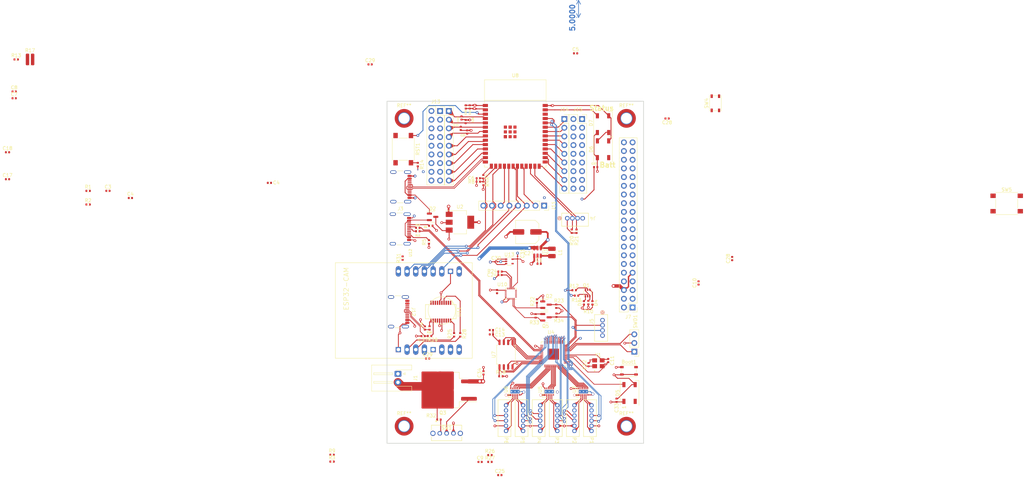
<source format=kicad_pcb>
(kicad_pcb (version 20221018) (generator pcbnew)
  (layers (0 "F.Cu" signal) (1 "In1.Cu" signal) (2 "In2.Cu" signal) (31 "B.Cu" signal) (34 "B.Paste" user) (35 "F.Paste" user) (36 "B.SilkS" user "B.Silkscreen") (37 "F.SilkS" user "F.Silkscreen") (38 "B.Mask" user) (39 "F.Mask" user) (44 "Edge.Cuts" user))
  (net 0 "")
  (net 1 "+1V8")
  (net 2 "Earth")
  (net 3 "/Pico/I2C_SCL")
  (net 4 "/Pico/I2C_SDA")
  (net 5 "/Pico/QSPI_SDSS")
  (net 6 "Net-(J2-SHIELD)")
  (net 7 "+5V")
  (net 8 "Net-(D3-A)")
  (net 9 "Net-(Q1A-B1)")
  (net 11 "Net-(Q1B-B2)")
  (net 12 "/V_USB_1")
  (net 13 "/V_USB_2")
  (net 14 "/Pico/IMU/SDA")
  (net 15 "/ESP32-S3-WROOM-1/ESP32CAM/3.3V_Out")
  (net 16 "/ESP32-S3-WROOM-1/ESP32CAM/V_USB")
  (net 17 "/Pico/QSPI_SD1")
  (net 18 "/Pico/QSPI_SD2")
  (net 19 "/Pico/QSPI_SD0")
  (net 20 "/Pico/QSPI_SCK")
  (net 21 "/Pico/QSPI_SD3")
  (net 22 "/Pico/Motor_1_A")
  (net 23 "/Pico/Motor_1_B")
  (net 24 "/Pico/Motor_2_A")
  (net 25 "/Pico/Motor_2_B")
  (net 26 "/Pico/Motor_3_A")
  (net 27 "/Pico/Motor_3_B")
  (net 28 "/Pico/Motor_4_A")
  (net 29 "/Pico/Motor_4_B")
  (net 30 "/Pico/Motor_5_A")
  (net 31 "/Pico/Motor_5_B")
  (net 32 "/Pico/Motor_6_A")
  (net 33 "/Pico/XIN")
  (net 34 "/Pico/XOUT")
  (net 35 "/Pico/SWCLK")
  (net 36 "/Pico/SWD")
  (net 37 "VS")
  (net 38 "/Pico/M1_Enc_A")
  (net 39 "/Pico/M1_Enc_B")
  (net 40 "/Pico/M2_Enc_A")
  (net 41 "/Pico/M2_Enc_B")
  (net 42 "/Pico/M3_Enc_A")
  (net 43 "/Pico/M3_Enc_B")
  (net 44 "/Pico/M4_Enc_A")
  (net 45 "/Pico/M4_Enc_B")
  (net 46 "/Pico/M5_Enc_A")
  (net 47 "/Pico/M5_Enc_B")
  (net 48 "/Pico/M6_Enc_A")
  (net 49 "/Pico/M6_Enc_B")
  (net 52 "/Pico/M6_Out_A")
  (net 53 "/Pico/M6_Out_B")
  (net 54 "/ESP_USB_D-")
  (net 55 "/ESP_USB_D+")
  (net 56 "/ESP32-S3-WROOM-1/ADC1")
  (net 57 "/ESP32-S3-WROOM-1/ESP_CS1")
  (net 58 "/ESP32-S3-WROOM-1/ESP_CS0")
  (net 59 "/ESP32-S3-WROOM-1/ESP_MOSI")
  (net 60 "/ESP32-S3-WROOM-1/ESP_SCLK")
  (net 61 "/ESP32-S3-WROOM-1/ESP_MISO")
  (net 62 "/ESP32-S3-WROOM-1/Handshake")
  (net 63 "/ESP32-S3-WROOM-1/ADC0")
  (net 64 "/ESP32-S3-WROOM-1/Battery_Voltage_Monitor")
  (net 65 "VCC")
  (net 66 "/Pico/M5_Out_A")
  (net 67 "/Pico/M5_Out_B")
  (net 68 "/Pico/M2_Out_A")
  (net 69 "/Pico/M2_Out_B")
  (net 70 "/Pico/M1_Out_A")
  (net 71 "/Pico/M1_Out_B")
  (net 72 "/Pico/M3_Out_A")
  (net 73 "/Pico/M3_Out_B")
  (net 74 "/Pico/M4_Out_A")
  (net 75 "/Pico/M4_Out_B")
  (net 81 "Net-(U10-SDO{slash}AD0)")
  (net 82 "Net-(U10-REGOUT)")
  (net 92 "/ESP32-S3-WROOM-1/SCL")
  (net 93 "/ESP32-S3-WROOM-1/ESP32CAM/ESPCAM_USB_D+")
  (net 94 "/ESP32-S3-WROOM-1/ESP32CAM/ESPCAM_USB_D-")
  (net 95 "Net-(U4-USB_DP)")
  (net 96 "Net-(U4-USB_DM)")
  (net 97 "Net-(J2-CC1)")
  (net 98 "Net-(J2-CC2)")
  (net 99 "/ESP32-S3-WROOM-1/SDA")
  (net 100 "Net-(U11-RXD)")
  (net 101 "Net-(U11-TXD)")
  (net 102 "Net-(U1-SW)")
  (net 103 "Net-(U1-BST)")
  (net 104 "Net-(D4-A)")
  (net 115 "Net-(C9-Pad2)")
  (net 116 "Net-(D5-DIN)")
  (net 118 "Net-(U4-VREG_IN)")
  (net 119 "Net-(U4-USB_VDD)")
  (net 121 "/ESP32-S3-WROOM-1/LED_DIN")
  (net 122 "Net-(U8-GPIO0{slash}BOOT)")
  (net 125 "Net-(U12-GPIO0)")
  (net 130 "/Pico/USB_DM_Pico")
  (net 131 "/Pico/USB_DP_Pico")
  (net 132 "Net-(J3-CC1)")
  (net 133 "Net-(J3-CC2)")
  (net 134 "Net-(J3-SHIELD)")
  (net 135 "Net-(J12-CC1)")
  (net 136 "Net-(J12-CC2)")
  (net 137 "Net-(J12-SHIELD)")
  (net 145 "/ESP32-S3-WROOM-1/ESP_CS2")
  (net 146 "/Pico/Motor_6_B")
  (net 147 "/ESP32-S3-WROOM-1/GPIO_15")
  (net 148 "/ESP32-S3-WROOM-1/GPIO_16")
  (net 149 "/ESP32-S3-WROOM-1/GPIO_17")
  (net 150 "/ESP32-S3-WROOM-1/GPIO_18")
  (net 151 "/ESP32-S3-WROOM-1/GPIO_8")
  (net 152 "/ESP32-S3-WROOM-1/ADC2")
  (net 153 "/ESP32-S3-WROOM-1/ADC3")
  (net 154 "Net-(C6-Pad1)")
  (net 155 "Net-(C10-Pad2)")
  (net 156 "+3.3V")
  (net 157 "Net-(SW1-A)")
  (net 158 "Net-(Q3-G)")
  (net 159 "/Pico/IMU/SCL")
  (net 160 "/ESP_PU")
  (net 162 "ESP_RX")
  (net 163 "ESP_TX")
  (net 194 "Net-(Q1A-C1)")
  (net 196 "Net-(D6-DIN)")
  (net 198 "/ESP32-S3-WROOM-1/USB_RX")
  (net 199 "/ESP32-S3-WROOM-1/USB_TX")
  (net 200 "/ESP32-S3-WROOM-1/Handshake2")
  (net 201 "/ESP32-S3-WROOM-1/GPIO45")
  (net 202 "/ESP32-S3-WROOM-1/GPIO35")
  (net 203 "/ESP32-S3-WROOM-1/GPIO36")
  (net 204 "/ESP32-S3-WROOM-1/GPIO37")
  (net 205 "/ESP32-S3-WROOM-1/GPIO38")
  (net 206 "/ESP32-S3-WROOM-1/GPIO39")
  (net 207 "/ESP32-S3-WROOM-1/GPIO40")
  (net 208 "/ESP32-S3-WROOM-1/GPIO41")
  (net 209 "/ESP32-S3-WROOM-1/GPIO42")
  (net 211 "Net-(Boot1-Pad1)")
  (footprint "Capacitor_SMD:C_0402_1005Metric" (layer "F.Cu") (at 180.5152 116.8908 180)
    (fp_text reference "C14")
    (fp_text value "100n")
  )
  (footprint "Package_TO_SOT_SMD:SOT-363_SC-70-6" (layer "F.Cu") (at 208.65 106.0562 90)
    (fp_text reference "Q1")
    (fp_text value "MBT3904DW1")
  )
  (footprint "Resistor_SMD:R_0402_1005Metric" (layer "F.Cu") (at 62.62 76.2)
    (fp_text reference "R1")
    (fp_text value "5K")
  )
  (footprint "Capacitor_SMD:C_0402_1005Metric" (layer "F.Cu") (at 231.8766 55.0418 180)
    (fp_text reference "C28")
    (fp_text value "0.1uF")
  )
  (footprint "LED_SMD:LED_0402_1005Metric" (layer "F.Cu") (at 210.05 108.935 90)
    (fp_text reference "D4")
    (fp_text value "LED")
  )
  (footprint "LED_SMD:LED_WS2812B_PLCC4_5.0x5.0mm_P3.2mm" (layer "F.Cu") (at 213.1576 56.698 90)
    (fp_text reference "D7")
    (fp_text value "WS2812B")
  )
  (footprint "Resistor_SMD:R_0402_1005Metric" (layer "F.Cu") (at 159 88)
    (fp_text reference "R15")
    (fp_text value "27")
  )
  (footprint "Capacitor_SMD:C_0402_1005Metric" (layer "F.Cu") (at 183.0416 100.7966 180)
    (fp_text reference "C24")
    (fp_text value "0.1uf")
  )
  (footprint "Package_TO_SOT_SMD:SOT-23" (layer "F.Cu") (at 163.322 83.7946)
    (fp_text reference "D2")
    (fp_text value "PMEG2005CT")
  )
  (footprint "Resistor_SMD:R_0402_1005Metric" (layer "F.Cu") (at 159 87 180)
    (fp_text reference "R16")
    (fp_text value "27")
  )
  (footprint "Capacitor_SMD:C_0402_1005Metric" (layer "F.Cu") (at 214.6702 125.8047 -90)
    (fp_text reference "C11")
    (fp_text value "15p")
  )
  (footprint "Capacitor_SMD:C_0402_1005Metric" (layer "F.Cu") (at 41.0025 49.12)
    (fp_text reference "C7")
    (fp_text value "100nF")
  )
  (footprint "Capacitor_SMD:C_0402_1005Metric" (layer "F.Cu") (at 178.2 129.4 90)
    (fp_text reference "C34")
    (fp_text value ".1uf")
  )
  (footprint "Connector_PinSocket_2.54mm:PinSocket_2x09_P2.54mm_Vertical" (layer "F.Cu") (at 207.04 55.21)
    (fp_text reference "J15")
    (fp_text value "Conn_02x09_Top_Bottom")
  )
  (footprint "Package_SON:WSON-12-1EP_3x2mm_P0.5mm_EP1x2.65_ThermalVias" (layer "F.Cu") (at 207.4188 134.8872 90)
    (fp_text reference "U3")
    (fp_text value "DRV8835DSSR")
  )
  (footprint "LED_SMD:LED_WS2812B_PLCC4_5.0x5.0mm_P3.2mm" (layer "F.Cu") (at 213.1556 64.031 90)
    (fp_text reference "D6")
    (fp_text value "WS2812B")
  )
  (footprint "Capacitor_SMD:C_0402_1005Metric" (layer "F.Cu") (at 74.9808 78.2828)
    (fp_text reference "C4")
    (fp_text value "10uF")
  )
  (footprint "Button_Switch_SMD:SW_SPST_PTS645" (layer "F.Cu") (at 154.75 64 -90)
    (fp_text reference "RST1")
    (fp_text value "SW_Push")
  )
  (footprint "Resistor_SMD:R_0402_1005Metric" (layer "F.Cu") (at 180.0916 153.4446)
    (fp_text reference "R26")
    (fp_text value "5K")
  )
  (footprint "Resistor_SMD:R_0402_1005Metric" (layer "F.Cu") (at 183.29 130.4)
    (fp_text reference "R18")
    (fp_text value "1k")
  )
  (footprint "Resistor_SMD:R_0402_1005Metric" (layer "F.Cu") (at 162.433 118.62)
    (fp_text reference "R29")
    (fp_text value "27")
  )
  (footprint "Package_TO_SOT_SMD:SOT-23" (layer "F.Cu") (at 196.4644 113.162)
    (fp_text reference "Q5")
    (fp_text value "BSS138")
  )
  (footprint "Button_Switch_SMD:SW_SPST_PTS810" (layer "F.Cu") (at 245.999 50.5968 90)
    (fp_text reference "SW4")
    (fp_text value "SW_Push")
  )
  (footprint "Resistor_SMD:R_0402_1005Metric" (layer "F.Cu") (at 180.0916 155.4346)
    (fp_text reference "R27")
    (fp_text value "5K")
  )
  (footprint "Capacitor_SMD:C_0402_1005Metric" (layer "F.Cu") (at 115.6208 73.8632)
    (fp_text reference "C4")
    (fp_text value "10uF")
  )
  (footprint "Capacitor_SMD:C_0402_1005Metric" (layer "F.Cu") (at 182.1674 105.648 -90)
    (fp_text reference "C23" hide)
    (fp_text value "0.1uf")
  )
  (footprint "Package_SON:WSON-12-1EP_3x2mm_P0.5mm_EP1x2.65_ThermalVias" (layer "F.Cu") (at 187.4188 134.8872 90)
    (fp_text reference "U6")
    (fp_text value "DRV8835DSSR")
  )
  (footprint "Capacitor_SMD:C_0402_1005Metric" (layer "F.Cu") (at 211 69.25)
    (fp_text reference "C32")
    (fp_text value "100nF")
  )
  (footprint "Capacitor_SMD:C_0402_1005Metric" (layer "F.Cu") (at 194.48 97.525)
    (fp_text reference "C1")
    (fp_text value "100nF")
  )
  (footprint "Resistor_SMD:R_0402_1005Metric" (layer "F.Cu") (at 193.8251 108.4072 -90)
    (fp_text reference "R22")
    (fp_text value "2.2k")
  )
  (footprint "MountingHole:MountingHole_3.2mm_M3_ISO14580_Pad_TopOnly" (layer "F.Cu") (at 155 55)
    (fp_text reference "REF**")
    (fp_text value "MountingHole_3.2mm_M3_ISO14580_Pad_TopOnly")
  )
  (footprint "Package_DFN_QFN:QFN-56-1EP_7x7mm_P0.4mm_EP3.2x3.2mm" (layer "F.Cu") (at 198.6688 123.9372 90)
    (fp_text reference "U4")
    (fp_text value "RP2040")
  )
  (footprint "Resistor_SMD:R_0402_1005Metric" (layer "F.Cu") (at 133.9322 153.3564)
    (fp_text reference "R9")
    (fp_text value "1M")
  )
  (footprint "JST-ZR-4Pin:CONN_B4B-ZRLFSN_JST" (layer "F.Cu") (at 202.699999 84.2 180)
    (fp_text reference "J4")
    (fp_text value "B4B-ZRLFSN")
  )
  (footprint "Resistor_SMD:R_0402_1005Metric" (layer "F.Cu") (at 204.71 105.2312)
    (fp_text reference "R12")
    (fp_text value "1k")
  )
  (footprint "Connector_PinSocket_2.54mm:PinSocket_2x09_P2.54mm_Vertical" (layer "F.Cu") (at 165.5258 52.85)
    (fp_text reference "J13")
    (fp_text value "Conn_02x09_Top_Bottom")
  )
  (footprint "Capacitor_SMD:C_0402_1005Metric" (layer "F.Cu") (at 68.42 76.19)
    (fp_text reference "C3")
    (fp_text value "10uF")
  )
  (footprint "JST-ZR:CONN_B6B-ZR_JST" (layer "F.Cu") (at 199.7888 138.8872 -90)
    (fp_text reference "P3")
    (fp_text value "B6B-ZRLFSN")
  )
  (footprint "Package_TO_SOT_SMD:TO-263-2" (layer "F.Cu") (at 166.3086 134.4358 180)
    (fp_text reference "Q3")
    (fp_text value "STB55NF06T4")
  )
  (footprint "Button_Switch_SMD:SW_SPST_PTS810" (layer "F.Cu") (at 220.726 128.8034)
    (fp_text reference "Boot1")
    (fp_text value "SW_Push")
  )
  (footprint "Package_SO:SOIC-8_5.275x5.275mm_P1.27mm" (layer "F.Cu") (at 184.785 124.079 90)
    (fp_text reference "U7")
    (fp_text value "W25X40CLSS")
  )
  (footprint "Resistor_SMD:R_0402_1005Metric" (layer "F.Cu") (at 199.4639 109.921 90)
    (fp_text reference "R23")
    (fp_text value "2.2k")
  )
  (footprint "MountingHole:MountingHole_3.2mm_M3_ISO14580_Pad_TopOnly" (layer "F.Cu") (at 220 145)
    (fp_text reference "REF**")
    (fp_text value "MountingHole_3.2mm_M3_ISO14580_Pad_TopOnly")
  )
  (footprint "Inductor_SMD:L_1008_2520Metric" (layer "F.Cu") (at 198.2 94.2 90)
    (fp_text reference "L1")
    (fp_text value "4.7uH")
  )
  (footprint "Capacitor_SMD:C_0402_1005Metric" (layer "F.Cu") (at 171.7802 54.8742 90)
    (fp_text reference "C19")
    (fp_text value "0.1uF")
  )
  (footprint "ABM8G:XTAL_ABM8G-12.000MHZ-4Y-T3" (layer "F.Cu") (at 211.8 126.6 90)
    (fp_text reference "Y1")
    (fp_text value "ABM8G-12.000MHZ-4Y-T3")
  )
  (footprint "Capacitor_SMD:C_0402_1005Metric" (layer "F.Cu") (at 182.9816 159.2946)
    (fp_text reference "C25")
    (fp_text value "10uF")
  )
  (footprint "Capacitor_SMD:C_0402_1005Metric" (layer "F.Cu") (at 161.0614 116.2858 90)
    (fp_text reference "C26")
    (fp_text value "47pF")
  )
  (footprint "JST-ZR:CONN_B6B-ZR_JST" (layer "F.Cu") (at 194.7888 138.8872 -90)
    (fp_text reference "P4")
    (fp_text value "S6B-ZRLFSN")
  )
  (footprint "Package_TO_SOT_SMD:SOT-23" (layer "F.Cu") (at 196.4667 109.4638)
    (fp_text reference "Q2")
    (fp_text value "BSS138")
  )
  (footprint "MountingHole:MountingHole_3.2mm_M3_ISO14580_Pad_TopOnly" (layer "F.Cu") (at 220 55)
    (fp_text reference "REF**")
    (fp_text value "MountingHole_3.2mm_M3_ISO14580_Pad_TopOnly")
  )
  (footprint "Resistor_SMD:R_0402_1005Metric" (layer "F.Cu") (at 133.9322 155.3464)
    (fp_text reference "R3")
    (fp_text value "1M")
  )
  (footprint "Package_TO_SOT_SMD:SOT-353_SC-70-5" (layer "F.Cu") (at 185.7654 96.8144)
    (fp_text reference "U13")
    (fp_text value "MIC5365-3.3YC5")
  )
  (footprint "Resistor_SMD:R_0402_1005Metric" (layer "F.Cu") (at 204 88 90)
    (fp_text reference "R20")
    (fp_text value "5k")
  )
  (footprint "Capacitor_SMD:C_0402_1005Metric" (layer "F.Cu") (at 174.1792 51.661 -90)
    (fp_text reference "C15")
    (fp_text value "0.1uF")
  )
  (footprint "Resistor_SMD:R_0402_1005Metric" (layer "F.Cu") (at 41.5925 37.78)
    (fp_text reference "R13")
    (fp_text value "1k")
  )
  (footprint "Connector_PinSocket_2.54mm:PinSocket_2x20_P2.54mm_Vertical" (layer "F.Cu") (at 218.41 110.28 180)
    (fp_text reference "J7")
    (fp_text value "Conn_02x20_Counter_Clockwise")
  )
  (footprint "JST-ZR:CONN_B6B-ZR_JST" (layer "F.Cu") (at 184.7888 138.8872 -90)
    (fp_text reference "P6")
    (fp_text value "B6B-ZRLFSN")
  )
  (footprint "Capacitor_SMD:C_0402_1005Metric" (layer "F.Cu") (at 172.974 55.941 -90)
    (fp_text reference "C20")
    (fp_text value "0.1uF")
  )
  (footprint "Capacitor_SMD:C_0402_1005Metric" (layer "F.Cu") (at 41.0025 47.15)
    (fp_text reference "C8")
    (fp_text value "100nF")
  )
  (footprint "Package_SON:WSON-12-1EP_3x2mm_P0.5mm_EP1x2.65_ThermalVias" (layer "F.Cu") (at 197.4188 134.8872 90)
    (fp_text reference "U5")
    (fp_text value "DRV8835DSSR")
  )
  (footprint "Connector_PinSocket_2.54mm:PinSocket_1x09_P2.54mm_Vertical" (layer "F.Cu") (at 201.84 55.21)
    (fp_text reference "J14")
    (fp_text value "Conn_01x09")
  )
  (footprint "LED_SMD:LED_0402_1005Metric" (layer "F.Cu") (at 207.55 108.935 90)
    (fp_text reference "D3")
    (fp_text value "LED")
  )
  (footprint "Capacitor_SMD:C_0402_1005Metric" (layer "F.Cu") (at 241.0714 103.1214 90)
    (fp_text reference "C10")
    (fp_text value "100nF")
  )
  (footprint "Capacitor_SMD:C_0402_1005Metric" (layer "F.Cu") (at 250.9012 95.9892 90)
    (fp_text reference "C28")
    (fp_text value "0.1uF")
  )
  (footprint "Resistor_SMD:R_0402_1005Metric" (layer "F.Cu") (at 159 68.51 90)
    (fp_text reference "R14")
    (fp_text value "1K")
  )
  (footprint "Resistor_SMD:R_0402_1005Metric" (layer "F.Cu") (at 199.5401 112.5626 -90)
    (fp_text reference "R34")
    (fp_text value "2.2k")
  )
  (footprint "Capacitor_SMD:C_0402_1005Metric" (layer "F.Cu") (at 145.0568 39.2176)
    (fp_text reference "C29")
    (fp_text value "0.1uF")
  )
  (footprint "Connector_JST:JST_XH_S2B-XH-A-1_1x02_P2.50mm_Horizontal" (layer "F.Cu") (at 153.198 129.6806 -90)
    (fp_text reference "J1")
    (fp_text value "Conn_01x02_Socket")
  )
  (footprint "Resistor_SMD:R_0612_1632Metric" (layer "F.Cu") (at 45.6425 37.78)
    (fp_text reference "R17")
    (fp_text value "DNF")
  )
  (footprint "Capacitor_SMD:C_0402_1005Metric" (layer "F.Cu") (at 205.1252 35.993)
    (fp_text reference "C5")
    (fp_text value ".1uF")
  )
  (footprint "Resistor_SMD:R_0402_1005Metric" (layer "F.Cu") (at 193.4464 112.7526 -90)
    (fp_text reference "R33")
    (fp_text value "2.2k")
  )
  (footprint "Capacitor_SMD:C_0402_1005Metric" (layer "F.Cu") (at 180.5178 118.1608 180)
    (fp_text reference "C13")
    (fp_text value "2.2u")
  )
  (footprint "JST-ZR:CONN_B6B-ZR_JST" (layer "F.Cu") (at 204.7888 138.8872 -90)
    (fp_text reference "P2")
    (fp_text value "B6B-ZRLFSN")
  )
  (footprint "JST-ZR:CONN_B6B-ZR_JST" (layer "F.Cu") (at 209.7888 138.8872 -90)
    (fp_text reference "P1")
    (fp_text value "B6B-ZRLFSN")
  )
  (footprint "Capacitor_SMD:C_0201_0603Metric" (layer "F.Cu") (at 188.1632 95.7072 90)
    (fp_text reference "C31")
    (fp_text value "1uF")
  )
  (footprint "Capacitor_SMD:C_0402_1005Metric" (layer "F.Cu") (at 217.0938 137.4114 -90)
    (fp_text reference "C33")
    (fp_text value "100nF")
  )
  (footprint "Resistor_SMD:R_0402_1005Metric" (layer "F.Cu") (at 62.62 80.18)
    (fp_text reference "R2")
    (fp_text value "5K")
  )
  (footprint "Capacitor_SMD:C_0402_1005Metric" (layer "F.Cu") (at 173.0362 51.6636 -90)
    (fp_text reference "C16")
    (fp_text value "1uf")
  )
  (footprint "Espressif:ESP32-S3-WROOM-1" (layer "F.Cu") (at 187.5 59.5)
    (fp_text reference "U8")
    (fp_text value "ESP32-S3-WROOM-1-N8R2")
  )
  (footprint "Capacitor_SMD:C_0402_1005Metric" (layer "F.Cu") (at 39.0525 64.91)
    (fp_text reference "C18")
    (fp_text value "0.1uF")
  )
  (footprint "Package_TO_SOT_SMD:SOT-223-3_TabPin2" (layer "F.Cu") (at 171.323 85.3694)
    (fp_text reference "U2")
    (fp_text value "AMS1117-3.3")
  )
  (footprint "Resistor_SMD:R_0402_1005Metric" (layer "F.Cu") (at 171.4 118.29 90)
    (fp_text reference "R28")
    (fp_text value "0")
  )
  (footprint "LED_SMD:LED_WS2812B_PLCC4_5.0x5.0mm_P3.2mm" (layer "F.Cu") (at 220.9048 135.292 90)
    (fp_text reference "D5")
    (fp_text value "WS2812B")
  )
  (footprint "JST-ZR-4Pin:CONN_B4B-ZRLFSN_JST" (layer "F.Cu") (at 213 114 90)
    (fp_text reference "J5")
    (fp_text value "B4B-ZRLFSN")
  )
  (footprint "JST-ZR:CONN_B6B-ZR_JST" (layer "F.Cu") (at 189.7888 138.8872 -90)
    (fp_text reference "P5")
    (fp_text value "B6B-ZRLFSN")
  )
  (footprint "Package_TO_SOT_SMD:TSOT-23-6" (layer "F.Cu") (at 194 94.0625 -90)
    (fp_text reference "U1")
    (fp_text value "AP63205WU-7")
  )
  (footprint "Button_Switch_SMD:SW_SPST_PTS645" (layer "F.Cu") (at 331.1574 79.8936)
    (fp_text reference "SW5")
    (fp_text value "SW_Push")
  )
  (footprint "Connector_USB:USB_C_Receptacle_GCT_USB4105-xx-A_16P_TopMnt_Horizontal" (layer "F.Cu") (at 152.7748 87.332588 -90)
    (fp_text reference "J3")
    (fp_text value "USB_C_Receptacle_USB2.0")
  )
  (footprint "Capacitor_SMD:C_0402_1005Metric" (layer "F.Cu") (at 171.5516 57.9268 90)
    (fp_text reference "C21")
    (fp_text value "0.1uF")
  )
  (footprint "Resistor_SMD:R_0402_1005Metric" (layer "F.Cu") (at 205.4 88 90)
    (fp_text reference "R21")
    (fp_text value "5k")
  )
  (footprint "Resistor_SMD:R_0402_1005Metric" (layer "F.Cu") (at 165.180799 143.0718)
    (fp_text reference "R32")
    (fp_text value "68k")
  )
  (footprint "Resistor_SMD:R_0402_1005Metric" (layer "F.Cu") (at 183.0458 99.806)
    (fp_text reference "R24")
    (fp_text value "47")
  )
  (footprint "Resistor_SMD:R_0402_1005Metric" (layer "F.Cu") (at 162.8 86.4)
    (fp_text reference "R6")
    (fp_text value "5K")
  )
  (footprint "Connector_USB:USB_C_Receptacle_GCT_USB4105-xx-A_16P_TopMnt_Horizontal" (layer "F.Cu") (at 152.9224 75.03179 -90)
    (fp_text reference "J2" hide)
    (fp_text value "USB_C_Receptacle_USB2.0")
  )
  (footprint "Connector_PinSocket_2.54mm:PinSocket_1x08_P2.54mm_Vertical" (layer "F.Cu") (at 195.94 80.525 -90)
    (fp_text reference "J11")
    (fp_text value "Conn_01x08")
  )
  (footprint "Resistor_SMD:R_0402_1005Metric" (layer "F.Cu") (at 208.85 108.8562 90)
    (fp_text reference "R10")
    (fp_text value "220")
  )
  (footprint "Resistor_SMD:R_0402_1005Metric" (layer "F.Cu") (at 178.1556 72.0852 90)
    (fp_text reference "R7")
    (fp_text value "10k")
  )
  (footprint "Resistor_SMD:R_0402_1005Metric" (layer "F.Cu") (at 205.4 106.8312)
    (fp_text reference "R13")
    (fp_text value "1k")
  )
  (footprint "MountingHole:MountingHole_3.2mm_M3_ISO14580_Pad_TopOnly" (layer "F.Cu") (at 155 145)
    (fp_text reference "REF**")
    (fp_text value "MountingHole_3.2mm_M3_ISO14580_Pad_TopOnly")
  )
  (footprint "switch185:1825232-1_TEC" (layer "F.Cu") (at 165.4262 147.085)
    (fp_text reference "SW1")
    (fp_text value "CAS-120A1")
  )
  (footprint "Resistor_SMD:R_0402_1005Metric" (layer "F.Cu") (at 162.433 116.2812 -90)
    (fp_text reference "R30")
    (fp_text value "27")
  )
  (footprint "ESP32CAM:ESP32-CAM" (layer "F.Cu") (at 160.94 111.17 90)
    (fp_text reference "U12")
    (fp_text value "ESP32-CAM")
  )
  (footprint "Capacitor_SMD:C_0402_1005Metric" (layer "F.Cu") (at 208.9044 127.0239 90)
    (fp_text reference "C12")
    (fp_text value "15p")
  )
  (footprint "Resistor_SMD:R_0402_1005Metric" (layer "F.Cu") (at 162.2552 91.1352 -90)
    (fp_text reference "R5")
    (fp_text value "5K")
  )
  (footprint "Capacitor_SMD:C_0402_1005Metric" (layer "F.Cu") (at 160.5534 118.6454 180)
    (fp_text reference "C27")
    (fp_text value "47pF")
  )
  (footprint "Sensor_Motion:InvenSense_QFN-24_3x3mm_P0.4mm" (layer "F.Cu") (at 186.206 106.2576 180)
    (fp_text reference "U10")
    (fp_text value "ICM-20948")
  )
  (footprint "Capacitor_SMD:C_0402_1005Metric" (layer "F.Cu") (at 177.2132 155.448)
    (fp_text reference "C9")
    (fp_text value "100nF")
  )
  (footprint "Connector_PinHeader_2.54mm:PinHeader_1x03_P2.54mm_Vertical" (layer "F.Cu") (at 222.3008 123.2154 180)
    (fp_text reference "SWD1")
    (fp_text value "Conn_01x03")
  )
  (footprint "Capacitor_SMD:C_0402_1005Metric" (layer "F.Cu") (at 39.0525 72.79)
    (fp_text reference "C17")
    (fp_text value "22uf")
  )
  (footprint "Resistor_SMD:R_0402_1005Metric" (layer "F.Cu") (at 176.681 73.5076 180)
    (fp_text reference "R8")
    (fp_text value "2.2k")
  )
  (footprint "Resistor_SMD:R_0402_1005Metric" (layer "F.Cu") (at 169.6 118.29 -90)
    (fp_text reference "R25")
    (fp_text value "0")
  )
  (footprint "Capacitor_SMD:C_0402_1005Metric" (layer "F.Cu") (at 161.88 125.2)
    (fp_text reference "C29")
    (fp_text value "0.1uF")
  )
  (footprint "Connector_USB:USB_C_Receptacle_GCT_USB4105-xx-A_16P_TopMnt_Horizontal" (layer "F.Cu") (at 152.2588 111.5532 -90)
    (fp_text reference "J12")
    (fp_text value "USB_C_Receptacle_USB2.0")
  )
  (footprint "Resistor_SMD:R_0402_1005Metric" (layer "F.Cu") (at 154.559 95.8596 90)
    (fp_text reference "R31")
    (fp_text value "1M")
  )
  (footprint "Capacitor_SMD:C_0402_1005Metric" (layer "F.Cu") (at 176.6798 72.517 180)
    (fp_text reference "C6")
    (fp_text value "10uF")
  )
  (footprint "Capacitor_SMD:C_0402_1005Metric" (layer "F.Cu") (at 173.4312 59.0042 -90)
    (fp_text reference "C22")
    (fp_text value "0.1uF")
  )
  (footprint "Resistor_SMD:R_0402_1005Metric" (layer "F.Cu") (at 178.181 74.0176 90)
    (fp_text reference "R4")
    (fp_text value "10k")
  )
  (footprint "Capacitor_SMD:C_Elec_6.3x5.8" (layer "F.Cu") (at 191 88.2 180)
    (fp_text reference "C2")
    (fp_text value "22uF")
  )
  (footprint "Capacitor_SMD:C_0201_0603Metric" (layer "F.Cu") (at 181.9032 96.9096)
    (fp_text reference "C30")
    (fp_text value "1uF")
  )
  (footprint "Package_SO:SSOP-20_3.9x8.7mm_P0.635mm" (layer "F.Cu") (at 165.7223 111.5242 -90)
    (fp_text reference "U11")
    (fp_text value "FT231XS")
  )
  (footprint "Connector_PinSocket_2.54mm:PinSocket_1x09_P2.54mm_Vertical" (layer "F.Cu") (at 168.0658 52.85)
    (fp_text reference "J6" hide)
    (fp_text value "Conn_01x09")
  )
  (gr_rect locked (start 150 50) (end 225 150) (stroke (width 0.2)) (fill none) (layer "Edge.Cuts"))
  (gr_text "Batt" (at 212 69.5) (layer "F.SilkS") (effects (font (size 1.5 1.5) (thickness 0.3) bold) (justify left bottom)))
  (gr_text "Status" (at 209 52.888) (layer "F.SilkS") (effects (font (size 1.5 1.5) (thickness 0.3) bold) (justify left bottom)))
  (dimension (type aligned) (layer "B.Cu") (pts (xy 206 25.5) (xy 206 20.5)) (height 0) (gr_text "5.0000 mm" (at 204.2 23 90) (layer "B.Cu") (effects (font (size 1.5 1.5) (thickness 0.3)))) (format (prefix "") (suffix "") (units 3) (units_format 1) (precision 4)) (style (thickness 0.2) (arrow_length 1.27) (text_position_mode 0) (extension_height 0.58642) (extension_offset 0.5) keep_text_aligned))
  (segment (start 173 96.425) (end 173.6 95.825) (width 0) (layer "B.Cu") (net 0))
  (segment (start 173.6 95.825) (end 173.6 95.8) (width 0) (layer "B.Cu") (net 0))
  (segment (start 195.0393 106.873) (end 193.8251 108.0872) (width 0.25) (layer "F.Cu") (net 1))
  (segment (start 193.1393 112.1816) (end 193.3425 112.1816) (width 0.25) (layer "F.Cu") (net 1))
  (segment (start 188.1516 102.9658) (end 186.806 104.3114) (width 0.2) (layer "F.Cu") (net 1))
  (segment (start 189.011 96.1232) (end 188.1516 96.1232) (width 0.2) (layer "F.Cu") (net 1))
  (segment (start 195.5777 106.873) (end 195.5777 108.4653) (width 0.25) (layer "F.Cu") (net 1))
  (segment (start 195.5777 106.873) (end 195.0393 106.873) (width 0.25) (layer "F.Cu") (net 1))
  (segment (start 188.12461 96.2086) (end 188.03921 96.1232) (width 0.25) (layer "F.Cu") (net 1))
  (segment (start 195.5777 108.4653) (end 195.5292 108.5138) (width 0.25) (layer "F.Cu") (net 1))
  (segment (start 186.6838 96.1232) (end 186.6124 96.1946) (width 0.25) (layer "F.Cu") (net 1))
  (segment (start 193.3425 112.1816) (end 194.9173 112.1816) (width 0.25) (layer "F.Cu") (net 1))
  (segment (start 189.7634 96.8756) (end 189.011 96.1232) (width 0.2) (layer "F.Cu") (net 1))
  (segment (start 188.03921 96.1232) (end 186.6838 96.1232) (width 0.25) (layer "F.Cu") (net 1))
  (segment (start 188.1516 96.1232) (end 188.1516 102.9658) (width 0.2) (layer "F.Cu") (net 1))
  (segment (start 186.806 104.3114) (end 186.806 104.7576) (width 0.2) (layer "F.Cu") (net 1))
  (segment (start 192.3773 112.1816) (end 193.1393 112.1816) (width 0.25) (layer "F.Cu") (net 1))
  (via blind (at 195.5777 106.873) (size 0.8) (drill 0.4) (layers "F.Cu" "In2.Cu") (net 1))
  (via blind (at 189.7634 96.8756) (size 0.8) (drill 0.4) (layers "F.Cu" "In2.Cu") (net 1))
  (via blind (at 192.3011 112.1054) (size 0.8) (drill 0.4) (layers "F.Cu" "In2.Cu") (net 1))
  (segment (start 202.1063 124.9372) (end 204.4646 124.9372) (width 0.2) (layer "F.Cu") (net 2))
  (segment (start 208.7001 129.1727) (end 211.9524 129.1727) (width 0.2) (layer "F.Cu") (net 2))
  (segment (start 211.9524 129.1727) (end 214.2892 126.8359) (width 0.2) (layer "F.Cu") (net 2))
  (segment (start 193.05 96.675) (end 192.2 97.525) (width 0.5) (layer "F.Cu") (net 2))
  (segment (start 218.625 104.575) (end 220.225 104.575) (width 0.4) (layer "F.Cu") (net 2))
  (segment (start 158.2198 78.26799) (end 156.6024 78.26799) (width 0.25) (layer "F.Cu") (net 2))
  (segment (start 176.1998 72.517) (end 176.1998 72.4408) (width 0.2) (layer "F.Cu") (net 2))
  (segment (start 214.8076 54.248) (end 211.8168 51.2572) (width 0.25) (layer "F.Cu") (net 2))
  (segment (start 173.1214 55.4736) (end 174.2186 55.4736) (width 0.25) (layer "F.Cu") (net 2))
  (segment (start 207.475 110.8812) (end 209.425 110.8812) (width 0.25) (layer "F.Cu") (net 2))
  (segment (start 166.0398 116.8908) (end 165.9382 116.9924) (width 0.25) (layer "F.Cu") (net 2))
  (segment (start 185.606 108.0326) (end 184.968 108.6706) (width 0.25) (layer "F.Cu") (net 2))
  (segment (start 201.873599 144.887201) (end 204.7888 144.887201) (width 0.25) (layer "F.Cu") (net 2))
  (segment (start 217.3854 131) (end 216.3572 129.9718) (width 0.25) (layer "F.Cu") (net 2))
  (segment (start 155.5488 115.1432) (end 154.573851 115.1432) (width 0.25) (layer "F.Cu") (net 2))
  (segment (start 186.69 127.11) (end 186.69 127.679) (width 0.25) (layer "F.Cu") (net 2))
  (segment (start 214.2892 126.5057) (end 214.2892 126.8359) (width 0.25) (layer "F.Cu") (net 2))
  (segment (start 193.3702 121.5898) (end 193.9036 121.5898) (width 0.2) (layer "F.Cu") (net 2))
  (segment (start 188 126.625) (end 187.175 126.625) (width 0.25) (layer "F.Cu") (net 2))
  (segment (start 175.8208 50.9796) (end 175.6384 51.162) (width 0.25) (layer "F.Cu") (net 2))
  (segment (start 183.2938 96.8144) (end 184.6822 96.8144) (width 0.25) (layer "F.Cu") (net 2))
  (segment (start 172.8672 55.3542) (end 172.974 55.461) (width 0.25) (layer "F.Cu") (net 2))
  (segment (start 182.499 100.8592) (end 182.499 99.8428) (width 0.25) (layer "F.Cu") (net 2))
  (segment (start 218.05 104) (end 218.625 104.575) (width 1) (layer "F.Cu") (net 2))
  (segment (start 220.6 104.2) (end 220.6 101.31) (width 0.4) (layer "F.Cu") (net 2))
  (segment (start 222.3008 120.6754) (end 219.5576 120.6754) (width 0.25) (layer "F.Cu") (net 2))
  (segment (start 184.6822 96.8144) (end 184.7124 96.8446) (width 0.25) (layer "F.Cu") (net 2))
  (segment (start 165.8 106) (end 165.8 107.914) (width 0.25) (layer "F.Cu") (net 2))
  (segment (start 183.2088 96.8994) (end 183.224 96.8842) (width 0.25) (layer "F.Cu") (net 2))
  (segment (start 165.8 107.914) (end 165.4048 108.3092) (width 0.25) (layer "F.Cu") (net 2))
  (segment (start 163.31 86.4) (end 163.31 86.56) (width 0.25) (layer "F.Cu") (net 2))
  (segment (start 158.5742 118.6454) (end 160.0734 118.6454) (width 0.25) (layer "F.Cu") (net 2))
  (segment (start 163.31 86.56) (end 164.5 87.75) (width 0.25) (layer "F.Cu") (net 2))
  (segment (start 153.797 117.729) (end 153.32 118.206) (width 0.25) (layer "F.Cu") (net 2))
  (segment (start 214.8056 61.581) (end 215.4826 60.904) (width 0.25) (layer "F.Cu") (net 2))
  (segment (start 214.6702 126.1247) (end 214.2892 126.5057) (width 0.25) (layer "F.Cu") (net 2))
  (segment (start 184.706 107.2576) (end 184.706 107.5544) (width 0.25) (layer "F.Cu") (net 2))
  (segment (start 184.8 89.6) (end 184.8 89.4) (width 0.5) (layer "F.Cu") (net 2))
  (segment (start 218.625 104.575) (end 219.25 105.2) (width 1) (layer "F.Cu") (net 2))
  (segment (start 210.05 110.2562) (end 210.05 109.42) (width 0.25) (layer "F.Cu") (net 2))
  (segment (start 153.7716 115.890095) (end 153.797 117.729) (width 0.25) (layer "F.Cu") (net 2))
  (segment (start 154.573851 115.1432) (end 154.546173 115.115522) (width 0.25) (layer "F.Cu") (net 2))
  (segment (start 158.1944 71.86799) (end 156.6024 71.86799) (width 0.25) (layer "F.Cu") (net 2))
  (segment (start 194.451 122.1372) (end 195.2313 122.1372) (width 0.2) (layer "F.Cu") (net 2))
  (segment (start 174.5996 58.5216) (end 171.8264 58.5216) (width 0.25) (layer "F.Cu") (net 2))
  (segment (start 216.2 104) (end 218.05 104) (width 1) (layer "F.Cu") (net 2))
  (segment (start 162.2552 92.7448) (end 162.2552 91.6452) (width 0.25) (layer "F.Cu") (net 2))
  (segment (start 207.55 109.8532) (end 207.55 109.42) (width 0.25) (layer "F.Cu") (net 2))
  (segment (start 171.8264 58.5216) (end 171.5516 58.2468) (width 0.25) (layer "F.Cu") (net 2))
  (segment (start 157.9388 90.532588) (end 158.1658 90.759588) (width 0.2) (layer "F.Cu") (net 2))
  (segment (start 166.0398 114.1242) (end 166.0398 116.8908) (width 0.25) (layer "F.Cu") (net 2))
  (segment (start 159.7914 114.5358) (end 161.0614 115.8058) (width 0.25) (layer "F.Cu") (net 2))
  (segment (start 221.5642 132.842) (end 222.5548 132.842) (width 0.25) (layer "F.Cu") (net 2))
  (segment (start 218.5576 129.9718) (end 218.651 129.8784) (width 0.25) (layer "F.Cu") (net 2))
  (segment (start 188.177 95.4578) (end 188.1516 95.4832) (width 0.25) (layer "F.Cu") (net 2))
  (segment (start 157.376 84.132588) (end 156.4548 84.132588) (width 0.2) (layer "F.Cu") (net 2))
  (segment (start 222.5548 132.842) (end 220.7128 131) (width 0.25) (layer "F.Cu") (net 2))
  (segment (start 199.7888 144.887201) (end 201.783201 144.887201) (width 0.25) (layer "F.Cu") (net 2))
  (segment (start 213.5141 126.8359) (end 212.9 127.45) (width 0.25) (layer "F.Cu") (net 2))
  (segment (start 185.606 107.7576) (end 185.606 108.0326) (width 0.25) (layer "F.Cu") (net 2))
  (segment (start 204.4646 124.9372) (end 208.7001 129.1727) (width 0.2) (layer "F.Cu") (net 2))
  (segment (start 176.1998 72.4408) (end 176.1744 72.4662) (width 0.2) (layer "F.Cu") (net 2))
  (segment (start 184.706 107.5544) (end 183.5898 108.6706) (width 0.25) (layer "F.Cu") (net 2))
  (segment (start 189.1628 135.8372) (end 190 135) (width 0.25) (layer "F.Cu") (net 2))
  (segment (start 156.4548 90.532588) (end 157.9388 90.532588) (width 0.2) (layer "F.Cu") (net 2))
  (segment (start 210.2 135.6) (end 209.9628 135.8372) (width 0.25) (layer "F.Cu") (net 2))
  (segment (start 153.797 117.729) (end 153.7716 117.7036) (width 0.25) (layer "F.Cu") (net 2))
  (segment (start 175.7164 51.24) (end 178.75 51.24) (width 0.25) (layer "F.Cu") (net 2))
  (segment (start 168.56 103.24) (end 168.56 99.74) (width 0.25) (layer "F.Cu") (net 2))
  (segment (start 217.0938 136.9314) (end 217.4748 136.9314) (width 0.25) (layer "F.Cu") (net 2))
  (segment (start 215.4826 60.904) (end 215.4826 54.923) (width 0.25) (layer "F.Cu") (net 2))
  (segment (start 191.942199 144.887201) (end 191.8716 144.9578) (width 0.25) (layer "F.Cu") (net 2))
  (segment (start 181.553599 144.887201) (end 184.7888 144.887201) (width 0.25) (layer "F.Cu") (net 2))
  (segment (start 209.3616 125.5913) (end 210.5413 125.5913) (width 0.2) (layer "F.Cu") (net 2))
  (segment (start 211.8168 51.2572) (end 198.4248 51.2572) (width 0.25) (layer "F.Cu") (net 2))
  (segment (start 174.1792 51.181) (end 173.0388 51.181) (width 0.25) (layer "F.Cu") (net 2))
  (segment (start 168 80.75) (end 168 82.8964) (width 0.5) (layer "F.Cu") (net 2))
  (segment (start 159.7914 113.8682) (end 159.7914 114.5358) (width 0.25) (layer "F.Cu") (net 2))
  (segment (start 196.2672 51.2572) (end 196.25 51.24) (width 0.25) (layer "F.Cu") (net 2))
  (segment (start 175.6194 51.181) (end 174.1792 51.181) (width 0.25) (layer "F.Cu") (net 2))
  (segment (start 181.5338 144.907) (end 181.553599 144.887201) (width 0.25) (layer "F.Cu") (net 2))
  (segment (start 209.7888 144.887201) (end 211.917801 144.887201) (width 0.25) (layer "F.Cu") (net 2))
  (segment (start 176.1744 72.4662) (end 176.1744 74.6064) (width 0.2) (layer "F.Cu") (net 2))
  (segment (start 184.8 89.4) (end 186 88.2) (width 0.5) (layer "F.Cu") (net 2))
  (segment (start 207.05 110.4562) (end 207.475 110.8812) (width 0.25) (layer "F.Cu") (net 2))
  (segment (start 184.968 108.6706) (end 183.5898 108.6706) (width 0.25) (layer "F.Cu") (net 2))
  (segment (start 210.52 69.25) (end 210.52 75.88) (width 0.25) (layer "F.Cu") (net 2))
  (segment (start 165.8 106) (end 168.56 103.24) (width 0.25) (layer "F.Cu") (net 2))
  (segment (start 207.05 110.3532) (end 207.55 109.8532) (width 0.25) (layer "F.Cu") (net 2))
  (segment (start 154.546173 115.115522) (end 153.7716 115.890095) (width 0.25) (layer "F.Cu") (net 2))
  (segment (start 207.8 78.6) (end 207 78.6) (width 0.25) (layer "F.Cu") (net 2))
  (segment (start 155.9388 114.7532) (end 155.5488 115.1432) (width 0.25) (layer "F.Cu") (net 2))
  (segment (start 169.426201 144.0624) (end 169.426201 147.085) (width 0.25) (layer "F.Cu") (net 2))
  (segment (start 217.4748 136.9314) (end 221.5642 132.842) (width 0.25) (layer "F.Cu") (net 2))
  (segment (start 209.425 110.8812) (end 210.05 110.2562) (width 0.25) (layer "F.Cu") (net 2))
  (segment (start 218.651 129.8784) (end 222.801 129.8784) (width 0.25) (layer "F.Cu") (net 2))
  (segment (start 209.9628 135.8372) (end 208.6688 135.8372) (width 0.25) (layer "F.Cu") (net 2))
  (segment (start 201.783201 144.887201) (end 201.8284 144.9324) (width 0.25) (layer "F.Cu") (net 2))
  (segment (start 209.3616 126.2467) (end 208.9044 126.7039) (width 0.25) (layer "F.Cu") (net 2))
  (segment (start 186 88.2) (end 188 88.2) (width 0.5) (layer "F.Cu") (net 2))
  (segment (start 198.4248 51.2572) (end 196.2672 51.2572) (width 0.25) (layer "F.Cu") (net 2))
  (segment (start 216.3572 129.9718) (end 218.5576 129.9718) (width 0.25) (layer "F.Cu") (net 2))
  (segment (start 193.9036 121.5898) (end 194.451 122.1372) (width 0.2) (layer "F.Cu") (net 2))
  (segment (start 187.175 126.625) (end 186.69 127.11) (width 0.25) (layer "F.Cu") (net 2))
  (segment (start 193.05 95.2) (end 193.05 96.675) (width 0.5) (layer "F.Cu") (net 2))
  (segment (start 183.224 96.8842) (end 183.2938 96.8144) (width 0.25) (layer "F.Cu") (net 2))
  (segment (start 172.726201 51.1836) (end 173.0362 51.1836) (width 0.25) (layer "F.Cu") (net 2))
  (segment (start 168 82.8964) (end 168.173 83.0694) (width 0.25) (layer "F.Cu") (net 2))
  (segment (start 162.25 92.75) (end 162.2552 92.7448) (width 0.25) (layer "F.Cu") (net 2))
  (segment (start 210.5413 125.5913) (end 210.7 125.75) (width 0.2) (layer "F.Cu") (net 2))
  (segment (start 182.499 99.8428) (end 182.5358 99.806) (width 0.25) (layer "F.Cu") (net 2))
  (segment (start 201.8284 144.9324) (end 201.873599 144.887201) (width 0.25) (layer "F.Cu") (net 2))
  (segment (start 157.9626 83.545988) (end 157.376 84.132588) (width 0.2) (layer "F.Cu") (net 2))
  (segment (start 165.4048 108.3092) (end 165.4048 108.9242) (width 0.25) (layer "F.Cu") (net 2))
  (segment (start 182.1318 96.8994) (end 183.2088 96.8994) (width 0.25) (layer "F.Cu") (net 2))
  (segment (start 181.3814 101.854) (end 181.5042 101.854) (width 0.25) (layer "F.Cu") (net 2))
  (segment (start 209.3616 125.5913) (end 209.3616 126.2467) (width 0.25) (layer "F.Cu") (net 2))
  (segment (start 153.32 118.206) (end 153.32 122.6) (width 0.25) (layer "F.Cu") (net 2))
  (segment (start 178.2 128.92) (end 178.2 127.8) (width 0.25) (layer "F.Cu") (net 2))
  (segment (start 188.6688 135.8372) (end 189.1628 135.8372) (width 0.25) (layer "F.Cu") (net 2))
  (segment (start 175.6384 51.162) (end 175.6194 51.181) (width 0.25) (layer "F.Cu") (net 2))
  (segment (start 214.2892 126.8359) (end 213.5141 126.8359) (width 0.25) (layer "F.Cu") (net 2))
  (segment (start 220.7128 131) (end 217.3854 131) (width 0.25) (layer "F.Cu") (net 2))
  (segment (start 188.177 94.4062) (end 188.177 95.4578) (width 0.25) (layer "F.Cu") (net 2))
  (segment (start 158.5722 118.6434) (end 158.5742 118.6454) (width 0.25) (layer "F.Cu") (net 2))
  (segment (start 219.5576 120.6754) (end 219.5068 120.7262) (width 0.25) (layer "F.Cu") (net 2))
  (segment (start 211.917801 144.887201) (end 211.9376 144.907) (width 0.25) (layer "F.Cu") (net 2))
  (segment (start 220.225 104.575) (end 220.6 104.2) (width 0.4) (layer "F.Cu") (net 2))
  (segment (start 215.4826 54.923) (end 214.8076 54.248) (width 0.25) (layer "F.Cu") (net 2))
  (segment (start 181.5042 101.854) (end 182.499 100.8592) (width 0.25) (layer "F.Cu") (net 2))
  (segment (start 191.8716 144.9578) (end 191.801001 144.887201) (width 0.25) (layer "F.Cu") (net 2))
  (segment (start 194.7888 144.887201) (end 191.942199 144.887201) (width 0.25) (layer "F.Cu") (net 2))
  (segment (start 220.6 101.31) (end 221.79 100.12) (width 0.4) (layer "F.Cu") (net 2))
  (segment (start 191.801001 144.887201) (end 189.7888 144.887201) (width 0.25) (layer "F.Cu") (net 2))
  (segment (start 171.7802 55.3542) (end 172.8672 55.3542) (width 0.25) (layer "F.Cu") (net 2))
  (segment (start 210.52 75.88) (end 207.8 78.6) (width 0.25) (layer "F.Cu") (net 2))
  (via micro (at 198.4248 51.2572) (size 0.8) (drill 0.4) (layers "F.Cu" "In1.Cu") (net 2))
  (via blind (at 192.2 97.525) (size 1) (drill 0.6) (layers "F.Cu" "In1.Cu") (net 2))
  (via micro (at 181.5338 144.907) (size 0.8) (drill 0.4) (layers "F.Cu" "In1.Cu") (net 2))
  (via micro (at 188 126.625) (size 0.8) (drill 0.4) (layers "F.Cu" "In1.Cu") (net 2))
  (via micro (at 216.3572 129.9718) (size 0.8) (drill 0.4) (layers "F.Cu" "In1.Cu") (net 2))
  (via micro (at 201.8284 144.9324) (size 0.8) (drill 0.4) (layers "F.Cu" "In1.Cu") (net 2))
  (via (at 160.6 70.6) (size 0.8) (drill 0.4) (layers "F.Cu" "B.Cu") (net 2))
  (via micro (at 211.9376 144.907) (size 0.8) (drill 0.4) (layers "F.Cu" "In1.Cu") (net 2))
  (via micro (at 183.224 96.8842) (size 0.8) (drill 0.4) (layers "F.Cu" "B.Cu") (net 2))
  (via blind (at 216.2 104) (size 1) (drill 0.6) (layers "F.Cu" "In1.Cu") (net 2))
  (via micro (at 159.7914 113.8682) (size 0.8) (drill 0.4) (layers "F.Cu" "In1.Cu") (net 2))
  (via micro (at 191.8716 144.9578) (size 0.8) (drill 0.4) (layers "F.Cu" "In1.Cu") (net 2))
  (via (at 158.1944 71.86799) (size 0.8) (drill 0.4) (layers "F.Cu" "B.Cu") (net 2))
  (via (at 207 78.6) (size 0.8) (drill 0.4) (layers "F.Cu" "B.Cu") (net 2))
  (via blind (at 209.3616 125.5913) (size 0.4) (drill 0.2) (layers "F.Cu" "In1.Cu") (net 2))
  (via micro (at 193.3702 121.5898) (size 0.8) (drill 0.4) (layers "F.Cu" "In1.Cu") (net 2))
  (via micro (at 165.9382 116.9924) (size 0.8) (drill 0.4) (layers "F.Cu" "In1.Cu") (net 2))
  (via micro (at 178.2 127.8) (size 0.8) (drill 0.4) (layers "F.Cu" "In1.Cu") (net 2))
  (via (at 210.2 135.6) (size 0.8) (drill 0.6) (layers "F.Cu" "B.Cu") (net 2))
  (via blind (at 184.8 89.6) (size 1) (drill 0.6) (layers "F.Cu" "In1.Cu") (net 2))
  (via blind (at 174.5996 58.5216) (size 0.8) (drill 0.4) (layers "F.Cu" "In1.Cu") (net 2))
  (via micro (at 219.5068 120.7262) (size 0.8) (drill 0.4) (layers "F.Cu" "In1.Cu") (net 2))
  (via (at 196 78.2) (size 0.8) (drill 0.4) (layers "F.Cu" "B.Cu") (net 2))
  (via blind (at 175.6384 51.162) (size 0.8) (drill 0.4) (layers "F.Cu" "In1.Cu") (net 2))
  (via blind (at 214.2892 126.8359) (size 0.4) (drill 0.2) (layers "F.Cu" "In1.Cu") (net 2))
  (via blind (at 168 80.75) (size 1) (drill 0.6) (layers "F.Cu" "In1.Cu") (remove_unused_layers) (net 2))
  (via (at 158.2198 78.26799) (size 0.8) (drill 0.4) (layers "F.Cu" "B.Cu") (net 2))
  (via micro (at 162.25 92.75) (size 0.8) (drill 0.4) (layers "F.Cu" "In1.Cu") (net 2))
  (via micro (at 153.797 117.729) (size 0.8) (drill 0.4) (layers "F.Cu" "In1.Cu") (net 2))
  (via (at 190 135) (size 0.8) (drill 0.6) (layers "F.Cu" "B.Cu") (net 2))
  (via micro (at 158.5722 118.6434) (size 0.8) (drill 0.4) (layers "F.Cu" "In1.Cu") (net 2))
  (via micro (at 158.1658 90.759588) (size 0.8) (drill 0.4) (layers "F.Cu" "In1.Cu") (net 2))
  (via micro (at 176.1744 74.6064) (size 0.8) (drill 0.4) (layers "F.Cu" "In1.Cu") (net 2))
  (via (at 199.8 135) (size 0.8) (drill 0.6) (layers "F.Cu" "B.Cu") (net 2))
  (via micro (at 207.05 110.4562) (size 0.8) (drill 0.4) (layers "F.Cu" "In1.Cu") (net 2))
  (via blind (at 169.426201 144.0624) (size 0.8) (drill 0.4) (layers "F.Cu" "In1.Cu") (net 2))
  (via micro (at 183.5898 108.6706) (size 0.8) (drill 0.4) (layers "F.Cu" "B.Cu") (net 2))
  (via blind (at 174.2186 55.4736) (size 0.8) (drill 0.4) (layers "F.Cu" "In1.Cu") (net 2))
  (via micro (at 181.3814 101.854) (size 0.8) (drill 0.4) (layers "F.Cu" "B.Cu") (net 2))
  (via micro (at 165.8 106) (size 0.8) (drill 0.4) (layers "F.Cu" "In1.Cu") (net 2))
  (via micro (at 188.177 94.4062) (size 0.8) (drill 0.4) (layers "F.Cu" "B.Cu") (net 2))
  (via micro (at 164.5 87.75) (size 0.8) (drill 0.4) (layers "F.Cu" "In1.Cu") (net 2))
  (via (at 157.9626 83.545988) (size 0.8) (drill 0.4) (layers "F.Cu" "B.Cu") (net 2))
  (segment (start 186.4188 134.8872) (end 189.8872 134.8872) (width 0.25) (layer "B.Cu") (net 2))
  (segment (start 209.4872 134.8872) (end 206.4188 134.8872) (width 0.25) (layer "B.Cu") (net 2))
  (segment (start 163.6596 123.0904) (end 163.068 123.0904) (width 0.25) (layer "B.Cu") (net 2))
  (segment (start 189.8872 134.8872) (end 190 135) (width 0.25) (layer "B.Cu") (net 2))
  (segment (start 210.2 135.6) (end 209.4872 134.8872) (width 0.25) (layer "B.Cu") (net 2))
  (segment (start 204.9526 115.951) (end 204.9526 114.185374) (width 0.25) (layer "F.Cu") (net 3))
  (segment (start 202.43912 121.3372) (end 204.9526 118.82372) (width 0.25) (layer "F.Cu") (net 3))
  (segment (start 204.9526 115.951) (end 204.5208 115.951) (width 0.25) (layer "F.Cu") (net 3))
  (segment (start 197.4913 113.0726) (end 197.4019 113.162) (width 0.25) (layer "F.Cu") (net 3))
  (segment (start 202.1063 121.3372) (end 202.43912 121.3372) (width 0.25) (layer "F.Cu") (net 3))
  (segment (start 204.9526 114.185374) (end 203.839826 113.0726) (width 0.25) (layer "F.Cu") (net 3))
  (segment (start 204.5208 115.951) (end 204.3684 116.1034) (width 0.25) (layer "F.Cu") (net 3))
  (segment (start 199.5401 113.0726) (end 197.4913 113.0726) (width 0.25) (layer "F.Cu") (net 3))
  (segment (start 203.839826 113.0726) (end 199.5401 113.0726) (width 0.25) (layer "F.Cu") (net 3))
  (segment (start 204.9526 118.82372) (end 204.9526 115.951) (width 0.25) (layer "F.Cu") (net 3))
  (via blind (at 204.3684 116.1034) (size 0.8) (drill 0.4) (layers "F.Cu" "B.Cu") (remove_unused_layers) (net 3))
  (segment (start 204.3684 116.1034) (end 205.265 117) (width 0.25) (layer "B.Cu") (net 3))
  (segment (start 212.5598 117) (end 212.979 117.4192) (width 0.25) (layer "B.Cu") (net 3))
  (segment (start 205.265 117) (end 212.5598 117) (width 0.25) (layer "B.Cu") (net 3))
  (segment (start 205.3082 114.046) (end 200.726 109.4638) (width 0.25) (layer "F.Cu") (net 4))
  (segment (start 202.1063 121.7372) (end 202.534094 121.7372) (width 0.25) (layer "F.Cu") (net 4))
  (segment (start 205.3082 118.963094) (end 205.3082 115.3414) (width 0.25) (layer "F.Cu") (net 4))
  (segment (start 202.1063 121.7372) (end 202.1113 121.7422) (width 0.2) (layer "F.Cu") (net 4))
  (segment (start 205.466799 115.499999) (end 213 115.499999) (width 0.25) (layer "F.Cu") (net 4))
  (segment (start 202.534094 121.7372) (end 205.3082 118.963094) (width 0.25) (layer "F.Cu") (net 4))
  (segment (start 205.3082 115.3414) (end 205.3082 114.046) (width 0.25) (layer "F.Cu") (net 4))
  (segment (start 205.3082 115.3414) (end 205.466799 115.499999) (width 0.25) (layer "F.Cu") (net 4))
  (segment (start 200.726 109.4638) (end 197.4042 109.4638) (width 0.25) (layer "F.Cu") (net 4))
  (segment (start 182.88 127.679) (end 182.88 128.478999) (width 0.25) (layer "F.Cu") (net 5))
  (segment (start 183.58 129.178999) (end 187.019461 129.178999) (width 0.25) (layer "F.Cu") (net 5))
  (segment (start 195.0185 126.75) (end 195.2313 126.5372) (width 0.25) (layer "F.Cu") (net 5))
  (segment (start 187.019461 129.178999) (end 189.44846 126.75) (width 0.25) (layer "F.Cu") (net 5))
  (segment (start 182.88 128.478999) (end 183.58 129.178999) (width 0.25) (layer "F.Cu") (net 5))
  (segment (start 189.44846 126.75) (end 195.0185 126.75) (width 0.25) (layer "F.Cu") (net 5))
  (segment (start 182.8 130.49) (end 182.8 128.558999) (width 0.25) (layer "F.Cu") (net 5))
  (segment (start 182.8 128.558999) (end 182.88 128.478999) (width 0.25) (layer "F.Cu") (net 5))
  (segment (start 211.5076 59.148) (end 210.5 60.1556) (width 0.25) (layer "F.Cu") (net 7))
  (segment (start 215.4428 137.922) (end 217.0632 137.922) (width 0.25) (layer "F.Cu") (net 7))
  (segment (start 211.48 66.5066) (end 211.5056 66.481) (width 0.25) (layer "F.Cu") (net 7))
  (segment (start 211.48 69.25) (end 211.48 66.5066) (width 0.25) (layer "F.Cu") (net 7))
  (segment (start 197 90.525) (end 197 88.6) (width 0.5) (layer "F.Cu") (net 7))
  (segment (start 211.5 70.5) (end 211.5 69.27) (width 0.25) (layer "F.Cu") (net 7))
  (segment (start 197 88.6) (end 196.6 88.2) (width 0.5) (layer "F.Cu") (net 7))
  (segment (start 196.6 88.2) (end 193.075 88.2) (width 0.5) (layer "F.Cu") (net 7))
  (segment (start 219.1054 137.8914) (end 219.2548 137.742) (width 0.25) (layer "F.Cu") (net 7))
  (segment (start 211.5 69.27) (end 211.48 69.25) (width 0.25) (layer "F.Cu") (net 7))
  (segment (start 210.5 60.1556) (end 210.5 65.4754) (width 0.25) (layer "F.Cu") (net 7))
  (segment (start 194.95 92.575) (end 194.95 92.925) (width 0.75) (layer "F.Cu") (net 7))
  (segment (start 210.5 65.4754) (end 211.5056 66.481) (width 0.25) (layer "F.Cu") (net 7))
  (segment (start 194.95 92.925) (end 198 92.925) (width 0.5) (layer "F.Cu") (net 7))
  (segment (start 198 92.925) (end 198.2 93.125) (width 0.2) (layer "F.Cu") (net 7))
  (segment (start 196.5625 90.9625) (end 194.95 92.575) (width 0.75) (layer "F.Cu") (net 7))
  (segment (start 217.0632 137.922) (end 217.0938 137.8914) (width 0.25) (layer "F.Cu") (net 7))
  (segment (start 197 90.525) (end 196.5625 90.9625) (width 0.75) (layer "F.Cu") (net 7))
  (segment (start 217.0938 137.8914) (end 219.1054 137.8914) (width 0.25) (layer "F.Cu") (net 7))
  (via blind (at 211.5 70.5) (size 0.8) (drill 0.4) (layers "F.Cu" "In2.Cu") (remove_unused_layers) (net 7))
  (via (at 197 90.525) (size 1) (drill 0.6) (layers "F.Cu" "B.Cu") (net 7))
  (via blind (at 215.4428 137.922) (size 0.8) (drill 0.4) (layers "F.Cu" "In2.Cu") (net 7))
  (segment (start 208 107.0062) (end 208 108) (width 0.25) (layer "F.Cu") (net 8))
  (segment (start 208 108) (end 207.55 108.45) (width 0.25) (layer "F.Cu") (net 8))
  (segment (start 205.91 106.8312) (end 206.285 106.4562) (width 0.25) (layer "F.Cu") (net 9))
  (segment (start 208.425 106.4562) (end 208.65 106.6812) (width 0.25) (layer "F.Cu") (net 9))
  (segment (start 206.285 106.4562) (end 208.425 106.4562) (width 0.25) (layer "F.Cu") (net 9))
  (segment (start 208.65 106.6812) (end 208.65 107.0062) (width 0.25) (layer "F.Cu") (net 9))
  (segment (start 208.35 104.5562) (end 208.65 104.8562) (width 0.25) (layer "F.Cu") (net 11))
  (segment (start 208.65 104.8562) (end 208.65 105.1062) (width 0.25) (layer "F.Cu") (net 11))
  (segment (start 205.22 105.2312) (end 205.895 104.5562) (width 0.25) (layer "F.Cu") (net 11))
  (segment (start 205.895 104.5562) (end 208.35 104.5562) (width 0.25) (layer "F.Cu") (net 11))
  (segment (start 155.3024 76.706841) (end 156.027349 77.43179) (width 0.25) (layer "F.Cu") (net 12))
  (segment (start 156.6024 77.43179) (end 158.232129 77.43179) (width 0.2) (layer "F.Cu") (net 12))
  (segment (start 156.6024 72.63179) (end 156.027349 72.63179) (width 0.25) (layer "F.Cu") (net 12))
  (segment (start 158.232129 77.43179) (end 162.3845 81.584161) (width 0.2) (layer "F.Cu") (net 12))
  (segment (start 156.027349 77.43179) (end 156.6024 77.43179) (width 0.25) (layer "F.Cu") (net 12))
  (segment (start 155.3024 73.356739) (end 155.3024 76.706841) (width 0.25) (layer "F.Cu") (net 12))
  (segment (start 162.3845 81.584161) (end 162.3845 82.8446) (width 0.2) (layer "F.Cu") (net 12))
  (segment (start 156.027349 72.63179) (end 155.3024 73.356739) (width 0.25) (layer "F.Cu") (net 12))
  (segment (start 156.4548 84.932588) (end 156.642788 84.7446) (width 0.2) (layer "F.Cu") (net 13))
  (segment (start 156.138812 84.932588) (end 156.4548 84.932588) (width 0.2) (layer "F.Cu") (net 13))
  (segment (start 156.642788 84.7446) (end 162.3845 84.7446) (width 0.2) (layer "F.Cu") (net 13))
  (segment (start 156.4548 89.732588) (end 155.879801 89.732588) (width 0.2) (layer "F.Cu") (net 13))
  (segment (start 155.321 85.7504) (end 156.138812 84.932588) (width 0.2) (layer "F.Cu") (net 13))
  (segment (start 155.879801 89.732588) (end 155.321 89.173787) (width 0.2) (layer "F.Cu") (net 13))
  (segment (start 155.321 89.173787) (end 155.321 85.7504) (width 0.2) (layer "F.Cu") (net 13))
  (segment (start 194.7926 110.3884) (end 193.8505 110.3884) (width 0.2) (layer "F.Cu") (net 14))
  (segment (start 187.7822 110.3884) (end 187.206 109.8122) (width 0.2) (layer "F.Cu") (net 14))
  (segment (start 193.8251 110.363) (end 193.8251 108.7272) (width 0.25) (layer "F.Cu") (net 14))
  (segment (start 193.8505 110.3884) (end 193.8251 110.363) (width 0.25) (layer "F.Cu") (net 14))
  (segment (start 193.8505 110.3884) (end 187.7822 110.3884) (width 0.2) (layer "F.Cu") (net 14))
  (segment (start 187.206 109.8122) (end 187.206 107.7576) (width 0.2) (layer "F.Cu") (net 14))
  (segment (start 162.943 118.62) (end 163.4998 118.0632) (width 0.25) (layer "F.Cu") (net 15))
  (segment (start 162.433 115.7712) (end 162.433 114.556) (width 0.25) (layer "F.Cu") (net 15))
  (segment (start 162.433 114.556) (end 162.8648 114.1242) (width 0.25) (layer "F.Cu") (net 15))
  (segment (start 163.4998 118.0632) (end 163.4998 114.1242) (width 0.25) (layer "F.Cu") (net 15))
  (segment (start 158.115 115.7732) (end 158.0896 115.7986) (width 0.25) (layer "F.Cu") (net 16))
  (segment (start 158.115 115.3922) (end 158.115 115.7732) (width 0.25) (layer "F.Cu") (net 16))
  (segment (start 156.676 113.9532) (end 158.115 115.3922) (width 0.25) (layer "F.Cu") (net 16))
  (segment (start 155.9388 113.9532) (end 156.676 113.9532) (width 0.25) (layer "F.Cu") (net 16))
  (segment (start 165.4048 115.5954) (end 165.3794 115.6208) (width 0.25) (layer "F.Cu") (net 16))
  (segment (start 165.4048 114.1242) (end 165.4048 115.5954) (width 0.25) (layer "F.Cu") (net 16))
  (via blind (at 165.3794 115.6208) (size 0.8) (drill 0.4) (layers "F.Cu" "In2.Cu") (remove_unused_layers) (net 16))
  (via blind (at 158.115 115.7732) (size 0.8) (drill 0.4) (layers "F.Cu" "In2.Cu") (remove_unused_layers) (net 16))
  (segment (start 189.303486 126.4) (end 194.531 126.4) (width 0.25) (layer "F.Cu") (net 17))
  (segment (start 194.7938 126.1372) (end 195.2313 126.1372) (width 0.25) (layer "F.Cu") (net 17))
  (segment (start 184.15 127.679) (end 184.15 128.478999) (width 0.25) (layer "F.Cu") (net 17))
  (segment (start 184.15 128.478999) (end 184.5 128.828999) (width 0.25) (layer "F.Cu") (net 17))
  (segment (start 184.5 128.828999) (end 186.874487 128.828999) (width 0.25) (layer "F.Cu") (net 17))
  (segment (start 186.874487 128.828999) (end 189.303486 126.4) (width 0.25) (layer "F.Cu") (net 17))
  (segment (start 194.531 126.4) (end 194.7938 126.1372) (width 0.25) (layer "F.Cu") (net 17))
  (segment (start 185.42 127.679) (end 185.42 126.879001) (width 0.25) (layer "F.Cu") (net 18))
  (segment (start 195.1813 125.7872) (end 195.2313 125.7372) (width 0.25) (layer "F.Cu") (net 18))
  (segment (start 185.42 126.879001) (end 186.299001 126) (width 0.25) (layer "F.Cu") (net 18))
  (segment (start 194.648826 125.7872) (end 195.1813 125.7872) (width 0.25) (layer "F.Cu") (net 18))
  (segment (start 186.299001 126) (end 194.436026 126) (width 0.25) (layer "F.Cu") (net 18))
  (segment (start 194.436026 126) (end 194.648826 125.7872) (width 0.25) (layer "F.Cu") (net 18))
  (segment (start 190.7372 125.3372) (end 195.2313 125.3372) (width 0.25) (layer "F.Cu") (net 19))
  (segment (start 186.69 121.29) (end 190.7372 125.3372) (width 0.25) (layer "F.Cu") (net 19))
  (segment (start 186.69 120.479) (end 186.69 121.29) (width 0.25) (layer "F.Cu") (net 19))
  (segment (start 186.380514 119.454) (end 186.999486 119.454) (width 0.25) (layer "F.Cu") (net 20))
  (segment (start 187.215 119.669514) (end 187.215 121.215) (width 0.25) (layer "F.Cu") (net 20))
  (segment (start 185.42 120.414514) (end 186.380514 119.454) (width 0.25) (layer "F.Cu") (net 20))
  (segment (start 186.999486 119.454) (end 187.215 119.669514) (width 0.25) (layer "F.Cu") (net 20))
  (segment (start 187.215 121.215) (end 190.9372 124.9372) (width 0.25) (layer "F.Cu") (net 20))
  (segment (start 190.9372 124.9372) (end 195.2313 124.9372) (width 0.25) (layer "F.Cu") (net 20))
  (segment (start 185.42 120.479) (end 185.42 120.414514) (width 0.25) (layer "F.Cu") (net 20))
  (segment (start 184.15 120.479) (end 184.15 119.679001) (width 0.25) (layer "F.Cu") (net 21))
  (segment (start 184.725001 119.104) (end 187.14446 119.104) (width 0.25) (layer "F.Cu") (net 21))
  (segment (start 187.14446 119.104) (end 187.565 119.52454) (width 0.25) (layer "F.Cu") (net 21))
  (segment (start 187.565 120.965) (end 191.1372 124.5372) (width 0.25) (layer "F.Cu") (net 21))
  (segment (start 184.15 119.679001) (end 184.725001 119.104) (width 0.25) (layer "F.Cu") (net 21))
  (segment (start 187.565 119.52454) (end 187.565 120.965) (width 0.25) (layer "F.Cu") (net 21))
  (segment (start 191.1372 124.5372) (end 195.2313 124.5372) (width 0.25) (layer "F.Cu") (net 21))
  (segment (start 205.97348 132.4122) (end 207.453722 132.4122) (width 0.25) (layer "F.Cu") (net 22))
  (segment (start 201.2688 127.70752) (end 205.97348 132.4122) (width 0.25) (layer "F.Cu") (net 22))
  (segment (start 201.2688 127.3747) (end 201.2688 127.70752) (width 0.25) (layer "F.Cu") (net 22))
  (segment (start 207.453722 132.4122) (end 208.6688 133.627278) (width 0.25) (layer "F.Cu") (net 22))
  (segment (start 208.6688 133.627278) (end 208.6688 133.9372) (width 0.25) (layer "F.Cu") (net 22))
  (segment (start 207.308748 132.7622) (end 208.1688 133.622252) (width 0.25) (layer "F.Cu") (net 23))
  (segment (start 205.828506 132.7622) (end 207.308748 132.7622) (width 0.25) (layer "F.Cu") (net 23))
  (segment (start 200.8688 127.3747) (end 200.8688 127.802494) (width 0.25) (layer "F.Cu") (net 23))
  (segment (start 200.8688 127.802494) (end 205.828506 132.7622) (width 0.25) (layer "F.Cu") (net 23))
  (segment (start 208.1688 133.622252) (end 208.1688 133.9372) (width 0.25) (layer "F.Cu") (net 23))
  (segment (start 207.1688 133.6122) (end 207.1688 133.9372) (width 0.25) (layer "F.Cu") (net 24))
  (segment (start 205.538558 133.4622) (end 207.0188 133.4622) (width 0.25) (layer "F.Cu") (net 24))
  (segment (start 207.0188 133.4622) (end 207.1688 133.6122) (width 0.25) (layer "F.Cu") (net 24))
  (segment (start 200.0688 127.3747) (end 200.0688 127.992442) (width 0.25) (layer "F.Cu") (net 24))
  (segment (start 200.0688 127.992442) (end 205.538558 133.4622) (width 0.25) (layer "F.Cu") (net 24))
  (segment (start 207.6688 133.617226) (end 207.6688 133.9372) (width 0.25) (layer "F.Cu") (net 25))
  (segment (start 200.4688 127.897468) (end 205.683532 133.1122) (width 0.25) (layer "F.Cu") (net 25))
  (segment (start 207.163774 133.1122) (end 207.6688 133.617226) (width 0.25) (layer "F.Cu") (net 25))
  (segment (start 200.4688 127.3747) (end 200.4688 127.897468) (width 0.25) (layer "F.Cu") (net 25))
  (segment (start 205.683532 133.1122) (end 207.163774 133.1122) (width 0.25) (layer "F.Cu") (net 25))
  (segment (start 198.6688 133.607174) (end 198.6688 133.9372) (width 0.25) (layer "F.Cu") (net 26))
  (segment (start 199.2688 127.3747) (end 199.2188 127.4247) (width 0.25) (layer "F.Cu") (net 26))
  (segment (start 199.2188 133.057174) (end 198.6688 133.607174) (width 0.25) (layer "F.Cu") (net 26))
  (segment (start 199.2188 127.4247) (end 199.2188 133.057174) (width 0.25) (layer "F.Cu") (net 26))
  (segment (start 198.8688 127.3747) (end 198.8688 132.9122) (width 0.25) (layer "F.Cu") (net 27))
  (segment (start 198.8688 132.9122) (end 198.1688 133.6122) (width 0.25) (layer "F.Cu") (net 27))
  (segment (start 198.1688 133.6122) (end 198.1688 133.9372) (width 0.25) (layer "F.Cu") (net 27))
  (segment (start 198.0688 127.3747) (end 198.0688 132.722252) (width 0.25) (layer "F.Cu") (net 28))
  (segment (start 198.0688 132.722252) (end 197.1688 133.622252) (width 0.25) (layer "F.Cu") (net 28))
  (segment (start 197.1688 133.622252) (end 197.1688 133.9372) (width 0.25) (layer "F.Cu") (net 28))
  (segment (start 197.6688 133.617226) (end 197.6688 133.9372) (width 0.25) (layer "F.Cu") (net 29))
  (segment (start 198.4688 132.817226) (end 197.6688 133.617226) (width 0.25) (layer "F.Cu") (net 29))
  (segment (start 198.4688 127.3747) (end 198.4688 132.817226) (width 0.25) (layer "F.Cu") (net 29))
  (segment (start 197.6688 127.3747) (end 197.6688 128.4926) (width 0.25) (layer "F.Cu") (net 30))
  (segment (start 192.3492 133.8122) (end 188.7938 133.8122) (width 0.25) (layer "F.Cu") (net 30))
  (segment (start 188.7938 133.8122) (end 188.6688 133.9372) (width 0.25) (layer "F.Cu") (net 30))
  (segment (start 197.6688 128.4926) (end 192.3492 133.8122) (width 0.25) (layer "F.Cu") (net 30))
  (segment (start 188.3188 133.4622) (end 188.1688 133.6122) (width 0.25) (layer "F.Cu") (net 31))
  (segment (start 188.1688 133.6122) (end 188.1688 133.9372) (width 0.25) (layer "F.Cu") (net 31))
  (segment (start 197.2688 127.3747) (end 197.2688 128.397626) (width 0.25) (layer "F.Cu") (net 31))
  (segment (start 197.2688 128.397626) (end 192.204226 133.4622) (width 0.25) (layer "F.Cu") (net 31))
  (segment (start 192.204226 133.4622) (end 188.3188 133.4622) (width 0.25) (layer "F.Cu") (net 31))
  (segment (start 187.646426 132.7622) (end 187.1688 133.239826) (width 0.25) (layer "F.Cu") (net 32))
  (segment (start 191.914278 132.7622) (end 187.646426 132.7622) (width 0.25) (layer "F.Cu") (net 32))
  (segment (start 187.1688 133.239826) (end 187.1688 133.9372) (width 0.25) (layer "F.Cu") (net 32))
  (segment (start 196.4688 127.3747) (end 196.4688 128.207678) (width 0.25) (layer "F.Cu") (net 32))
  (segment (start 196.4688 128.207678) (end 191.914278 132.7622) (width 0.25) (layer "F.Cu") (net 32))
  (segment (start 210.7 127.45) (end 208.25 127.45) (width 0.2) (layer "F.Cu") (net 33))
  (segment (start 208.25 127.45) (end 205.3372 124.5372) (width 0.2) (layer "F.Cu") (net 33))
  (segment (start 205.3372 124.5372) (end 202.1063 124.5372) (width 0.2) (layer "F.Cu") (net 33))
  (segment (start 212.9 125.75) (end 211.2872 124.1372) (width 0.2) (layer "F.Cu") (net 34))
  (segment (start 203.6244 124.1372) (end 202.1063 124.1372) (width 0.2) (layer "F.Cu") (net 34))
  (segment (start 211.2872 124.1372) (end 203.6244 124.1372) (width 0.2) (layer "F.Cu") (net 34))
  (segment (start 214.721 125.457) (end 213.193 125.457) (width 0.25) (layer "F.Cu") (net 34))
  (segment (start 213.193 125.457) (end 212.9 125.75) (width 0.25) (layer "F.Cu") (net 34))
  (segment (start 203.6628 122.9372) (end 205.4 121.2) (width 0.25) (layer "F.Cu") (net 35))
  (segment (start 202.1063 122.9372) (end 203.6628 122.9372) (width 0.25) (layer "F.Cu") (net 35))
  (segment (start 205.4 121.2) (end 218.2 121.2) (width 0.25) (layer "F.Cu") (net 35))
  (segment (start 220.2154 123.2154) (end 222.3008 123.2154) (width 0.25) (layer "F.Cu") (net 35))
  (segment (start 218.2 121.2) (end 220.2154 123.2154) (width 0.25) (layer "F.Cu") (net 35))
  (segment (start 202.1063 122.5372) (end 203.4628 122.5372) (width 0.25) (layer "F.Cu") (net 36))
  (segment (start 220.8646 118.1354) (end 222.3008 118.1354) (width 0.25) (layer "F.Cu") (net 36))
  (segment (start 218.2 120.8) (end 220.8646 118.1354) (width 0.25) (layer "F.Cu") (net 36))
  (segment (start 203.4628 122.5372) (end 205.2 120.8) (width 0.25) (layer "F.Cu") (net 36))
  (segment (start 205.2 120.8) (end 218.2 120.8) (width 0.25) (layer "F.Cu") (net 36))
  (segment (start 163.6472 133.3436) (end 164.8102 132.1806) (width 2.5) (layer "F.Cu") (net 37))
  (segment (start 164.670799 143.0718) (end 164.670799 139.497999) (width 0.25) (layer "F.Cu") (net 37))
  (segment (start 167.2336 131.6608) (end 165.5466 129.9738) (width 2) (layer "F.Cu") (net 37))
  (segment (start 164.8102 132.1806) (end 165.6164 131.3744) (width 1.5) (layer "F.Cu") (net 37))
  (segment (start 164.670799 139.497999) (end 162.3836 137.2108) (width 0.25) (layer "F.Cu") (net 37))
  (segment (start 167.2336 131.6608) (end 167.2336 130.5814) (width 0.25) (layer "F.Cu") (net 37))
  (segment (start 154.361 133.3436) (end 163.6472 133.3436) (width 2.5) (layer "F.Cu") (net 37))
  (segment (start 162.936 137.7632) (end 164.6322 139.4594) (width 0.25) (layer "F.Cu") (net 37))
  (segment (start 153.198 132.1806) (end 154.361 133.3436) (width 2.5) (layer "F.Cu") (net 37))
  (segment (start 209.7888 141.887199) (end 211.914999 141.887199) (width 0.25) (layer "F.Cu") (net 38))
  (segment (start 201.7522 118.7704) (end 200.8688 119.6538) (width 0.2) (layer "F.Cu") (net 38))
  (segment (start 201.753545 118.7704) (end 201.7522 118.7704) (width 0.2) (layer "F.Cu") (net 38))
  (segment (start 211.914999 141.887199) (end 211.9376 141.9098) (width 0.25) (layer "F.Cu") (net 38))
  (segment (start 200.8688 119.6538) (end 200.8688 120.4997) (width 0.2) (layer "F.Cu") (net 38))
  (via (at 211.9376 141.9098) (size 0.8) (drill 0.4) (layers "F.Cu" "B.Cu") (net 38))
  (via (at 201.753545 118.7704) (size 0.4) (drill 0.2) (layers "F.Cu" "B.Cu") (net 38))
  (segment (start 203.309807 128.4588) (end 202.7826 127.931593) (width 0.2) (layer "B.Cu") (net 38))
  (segment (start 202.7826 127.186007) (end 202.834072 127.134535) (width 0.2) (layer "B.Cu") (net 38))
  (segment (start 201.5308 125.555064) (end 201.5308 118.993145) (width 0.2) (layer "B.Cu") (net 38))
  (segment (start 201.5308 118.993145) (end 201.753545 118.7704) (width 0.2) (layer "B.Cu") (net 38))
  (segment (start 202.7826 127.931593) (end 202.7826 127.186007) (width 0.2) (layer "B.Cu") (net 38))
  (segment (start 204.244965 128.269229) (end 204.055393 128.4588) (width 0.2) (layer "B.Cu") (net 38))
  (segment (start 211.9376 135.961864) (end 204.244965 128.269229) (width 0.2) (layer "B.Cu") (net 38))
  (segment (start 202.834072 127.134535) (end 202.67735 126.977813) (width 0.2) (layer "B.Cu") (net 38))
  (segment (start 204.055393 128.4588) (end 203.309807 128.4588) (width 0.2) (layer "B.Cu") (net 38))
  (segment (start 202.67735 126.701614) (end 201.5308 125.555064) (width 0.2) (layer "B.Cu") (net 38))
  (segment (start 211.9376 141.9098) (end 211.9376 135.961864) (width 0.2) (layer "B.Cu") (net 38))
  (segment (start 202.67735 126.977813) (end 202.67735 126.701614) (width 0.2) (layer "B.Cu") (net 38))
  (segment (start 201.2688 119.9904) (end 201.2688 120.4997) (width 0.2) (layer "F.Cu") (net 39))
  (segment (start 211.662401 143.387201) (end 211.8614 143.5862) (width 0.25) (layer "F.Cu") (net 39))
  (segment (start 209.7888 143.387201) (end 211.662401 143.387201) (width 0.25) (layer "F.Cu") (net 39))
  (segment (start 201.9808 119.2784) (end 201.2688 119.9904) (width 0.2) (layer "F.Cu") (net 39))
  (via (at 211.8614 143.5862) (size 0.8) (drill 0.4) (layers "F.Cu" "B.Cu") (net 39))
  (via (at 201.9808 119.2784) (size 0.4) (drill 0.2) (layers "F.Cu" "B.Cu") (net 39))
  (segment (start 212.5726 142.875) (end 211.8614 143.5862) (width 0.2) (layer "B.Cu") (net 39))
  (segment (start 201.9808 119.2784) (end 201.8308 119.4284) (width 0.2) (layer "B.Cu") (net 39))
  (segment (start 203.0826 127.807329) (end 203.434071 128.1588) (width 0.2) (layer "B.Cu") (net 39))
  (segment (start 201.8308 119.4284) (end 201.8308 125.4308) (width 0.2) (layer "B.Cu") (net 39))
  (segment (start 201.8308 125.4308) (end 202.97735 126.57735) (width 0.2) (layer "B.Cu") (net 39))
  (segment (start 203.434071 128.1588) (end 203.931129 128.1588) (width 0.2) (layer "B.Cu") (net 39))
  (segment (start 203.0826 127.310271) (end 203.0826 127.807329) (width 0.2) (layer "B.Cu") (net 39))
  (segment (start 212.5726 136.1726) (end 212.5726 142.875) (width 0.2) (layer "B.Cu") (net 39))
  (segment (start 203.258336 127.134535) (end 203.0826 127.310271) (width 0.2) (layer "B.Cu") (net 39))
  (segment (start 204.244965 127.844965) (end 212.5726 136.1726) (width 0.2) (layer "B.Cu") (net 39))
  (segment (start 202.97735 126.853549) (end 203.258336 127.134535) (width 0.2) (layer "B.Cu") (net 39))
  (segment (start 203.931129 128.1588) (end 204.244965 127.844965) (width 0.2) (layer "B.Cu") (net 39))
  (segment (start 202.97735 126.57735) (end 202.97735 126.853549) (width 0.2) (layer "B.Cu") (net 39))
  (segment (start 204.091799 141.887199) (end 202.720794 140.516194) (width 0.25) (layer "F.Cu") (net 40))
  (segment (start 202.720794 140.516194) (end 201.8284 140.516194) (width 0.25) (layer "F.Cu") (net 40))
  (segment (start 200.4688 119.521797) (end 200.4688 120.4997) (width 0.2) (layer "F.Cu") (net 40))
  (segment (start 204.7888 141.887199) (end 204.091799 141.887199) (width 0.25) (layer "F.Cu") (net 40))
  (segment (start 201.0156 118.974997) (end 200.4688 119.521797) (width 0.2) (layer "F.Cu") (net 40))
  (segment (start 201.0156 118.8466) (end 201.0156 118.974997) (width 0.2) (layer "F.Cu") (net 40))
  (via (at 201.8284 140.516194) (size 0.8) (drill 0.4) (layers "F.Cu" "B.Cu") (net 40))
  (via (at 201.0156 118.8466) (size 0.4) (drill 0.2) (layers "F.Cu" "B.Cu") (net 40))
  (segment (start 201.0156 118.8466) (end 201.040948 118.8466) (width 0.2) (layer "B.Cu") (net 40))
  (segment (start 200.96 118.9022) (end 200.96 126.627664) (width 0.2) (layer "B.Cu") (net 40))
  (segment (start 200.96 126.627664) (end 202.9206 128.588264) (width 0.2) (layer "B.Cu") (net 40))
  (segment (start 202.9206 139.423994) (end 201.8284 140.516194) (width 0.2) (layer "B.Cu") (net 40))
  (segment (start 201.0156 118.8466) (end 200.96 118.9022) (width 0.2) (layer "B.Cu") (net 40))
  (segment (start 202.9206 128.588264) (end 202.9206 139.423994) (width 0.2) (layer "B.Cu") (net 40))
  (segment (start 204.474201 143.387201) (end 204.7888 143.387201) (width 0.25) (layer "F.Cu") (net 41))
  (segment (start 200.0688 119.2854) (end 200.0688 120.4997) (width 0.2) (layer "F.Cu") (net 41))
  (segment (start 201.81414 141.466121) (end 202.553121 141.466121) (width 0.25) (layer "F.Cu") (net 41))
  (segment (start 202.553121 141.466121) (end 204.474201 143.387201) (width 0.25) (layer "F.Cu") (net 41))
  (segment (start 200.406 118.9482) (end 200.0688 119.2854) (width 0.2) (layer "F.Cu") (net 41))
  (via (at 200.406 118.9482) (size 0.4) (drill 0.2) (layers "F.Cu" "B.Cu") (net 41))
  (via (at 201.81414 141.466121) (size 0.8) (drill 0.4) (layers "F.Cu" "B.Cu") (net 41))
  (segment (start 200.66 119.2022) (end 200.66 126.751928) (width 0.2) (layer "B.Cu") (net 41))
  (segment (start 202.6206 138.2728) (end 201.2284 139.665) (width 0.2) (layer "B.Cu") (net 41))
  (segment (start 200.406 118.9482) (end 200.66 119.2022) (width 0.2) (layer "B.Cu") (net 41))
  (segment (start 201.2284 139.665) (end 201.2284 140.880381) (width 0.2) (layer "B.Cu") (net 41))
  (segment (start 201.2284 140.880381) (end 201.81414 141.466121) (width 0.2) (layer "B.Cu") (net 41))
  (segment (start 202.6206 128.712528) (end 202.6206 138.2728) (width 0.2) (layer "B.Cu") (net 41))
  (segment (start 200.66 126.751928) (end 202.6206 128.712528) (width 0.2) (layer "B.Cu") (net 41))
  (segment (start 201.069199 141.887199) (end 199.7888 141.887199) (width 0.25) (layer "F.Cu") (net 42))
  (segment (start 199.2688 119.3996) (end 199.2688 120.4997) (width 0.2) (layer "F.Cu") (net 42))
  (segment (start 199.7202 118.9482) (end 199.2688 119.3996) (width 0.2) (layer "F.Cu") (net 42))
  (segment (start 201.8792 142.6972) (end 201.069199 141.887199) (width 0.25) (layer "F.Cu") (net 42))
  (via (at 201.8792 142.6972) (size 0.8) (drill 0.4) (layers "F.Cu" "B.Cu") (net 42))
  (via (at 199.7202 118.9482) (size 0.4) (drill 0.2) (layers "F.Cu" "B.Cu") (net 42))
  (segment (start 199.7202 118.9482) (end 199.7202 126.236392) (width 0.2) (layer "B.Cu") (net 42))
  (segment (start 200.9284 141.7464) (end 201.8792 142.6972) (width 0.2) (layer "B.Cu") (net 42))
  (segment (start 200.9284 127.444592) (end 200.9284 141.7464) (width 0.2) (layer "B.Cu") (net 42))
  (segment (start 199.7202 126.236392) (end 200.9284 127.444592) (width 0.2) (layer "B.Cu") (net 42))
  (segment (start 201.8538 143.7132) (end 201.527801 143.387201) (width 0.25) (layer "F.Cu") (net 43))
  (segment (start 201.527801 143.387201) (end 199.7888 143.387201) (width 0.25) (layer "F.Cu") (net 43))
  (segment (start 198.8688 119.1392) (end 198.8688 120.4997) (width 0.2) (layer "F.Cu") (net 43))
  (segment (start 199.515934 118.492066) (end 198.8688 119.1392) (width 0.2) (layer "F.Cu") (net 43))
  (segment (start 199.515934 118.437535) (end 199.515934 118.492066) (width 0.2) (layer "F.Cu") (net 43))
  (via (at 201.8538 143.7132) (size 0.8) (drill 0.4) (layers "F.Cu" "B.Cu") (net 43))
  (via (at 199.515934 118.437535) (size 0.4) (drill 0.2) (layers "F.Cu" "B.Cu") (net 43))
  (segment (start 200.6284 127.568856) (end 199.2702 126.210656) (width 0.2) (layer "B.Cu") (net 43))
  (segment (start 199.2702 126.210656) (end 199.2702 118.761803) (width 0.2) (layer "B.Cu") (net 43))
  (segment (start 201.8538 143.7132) (end 200.6284 142.4878) (width 0.2) (layer "B.Cu") (net 43))
  (segment (start 199.2702 118.761803) (end 199.515934 118.516069) (width 0.2) (layer "B.Cu") (net 43))
  (segment (start 200.6284 142.4878) (end 200.6284 127.568856) (width 0.2) (layer "B.Cu") (net 43))
  (segment (start 199.515934 118.516069) (end 199.515934 118.437535) (width 0.2) (layer "B.Cu") (net 43))
  (segment (start 191.9986 140.4874) (end 192.8114 141.3002) (width 0.25) (layer "F.Cu") (net 44))
  (segment (start 198.4688 118.9042) (end 198.4688 120.4997) (width 0.2) (layer "F.Cu") (net 44))
  (segment (start 194.201801 141.3002) (end 194.7888 141.887199) (width 0.25) (layer "F.Cu") (net 44))
  (segment (start 198.9582 118.4148) (end 198.4688 118.9042) (width 0.2) (layer "F.Cu") (net 44))
  (segment (start 192.8114 141.3002) (end 194.201801 141.3002) (width 0.25) (layer "F.Cu") (net 44))
  (via (at 191.9986 140.4874) (size 0.8) (drill 0.4) (layers "F.Cu" "B.Cu") (net 44))
  (via (at 198.9582 118.4148) (size 0.4) (drill 0.2) (layers "F.Cu" "B.Cu") (net 44))
  (segment (start 198.9582 118.4148) (end 198.718878 118.654122) (width 0.2) (layer "B.Cu") (net 44))
  (segment (start 198.718878 118.654122) (end 198.718878 123.726586) (width 0.2) (layer "B.Cu") (net 44))
  (segment (start 191.6636 130.781864) (end 191.6636 140.1524) (width 0.2) (layer "B.Cu") (net 44))
  (segment (start 191.6636 140.1524) (end 191.9986 140.4874) (width 0.2) (layer "B.Cu") (net 44))
  (segment (start 198.718878 123.726586) (end 191.6636 130.781864) (width 0.2) (layer "B.Cu") (net 44))
  (segment (start 194.327399 142.9258) (end 194.7888 143.387201) (width 0.25) (layer "F.Cu") (net 45))
  (segment (start 198.0688 118.657014) (end 198.0688 120.4997) (width 0.2) (layer "F.Cu") (net 45))
  (segment (start 198.202807 118.523007) (end 198.0688 118.657014) (width 0.2) (layer "F.Cu") (net 45))
  (segment (start 191.883425 141.380003) (end 193.429222 142.9258) (width 0.25) (layer "F.Cu") (net 45))
  (segment (start 193.429222 142.9258) (end 194.327399 142.9258) (width 0.25) (layer "F.Cu") (net 45))
  (via (at 191.883425 141.380003) (size 0.8) (drill 0.4) (layers "F.Cu" "B.Cu") (net 45))
  (via (at 198.202807 118.523007) (size 0.4) (drill 0.2) (layers "F.Cu" "B.Cu") (net 45))
  (segment (start 198.202807 118.523007) (end 198.418878 118.739078) (width 0.2) (layer "B.Cu") (net 45))
  (segment (start 191.3636 140.860178) (end 191.883425 141.380003) (width 0.2) (layer "B.Cu") (net 45))
  (segment (start 198.418878 118.739078) (end 198.418878 123.602322) (width 0.2) (layer "B.Cu") (net 45))
  (segment (start 198.418878 123.602322) (end 191.3636 130.6576) (width 0.2) (layer "B.Cu") (net 45))
  (segment (start 191.3636 130.6576) (end 191.3636 140.860178) (width 0.2) (layer "B.Cu") (net 45))
  (segment (start 191.923471 142.890893) (end 190.919777 141.887199) (width 0.25) (layer "F.Cu") (net 46))
  (segment (start 197.6688 118.7764) (end 197.6688 120.4997) (width 0.2) (layer "F.Cu") (net 46))
  (segment (start 197.5993 118.7069) (end 197.6688 118.7764) (width 0.2) (layer "F.Cu") (net 46))
  (segment (start 190.919777 141.887199) (end 189.7888 141.887199) (width 0.25) (layer "F.Cu") (net 46))
  (via (at 197.5993 118.7069) (size 0.4) (drill 0.2) (layers "F.Cu" "B.Cu") (net 46))
  (via (at 191.923471 142.890893) (size 0.8) (drill 0.4) (layers "F.Cu" "B.Cu") (net 46))
  (segment (start 191.0636 130.533336) (end 191.0636 142.031022) (width 0.2) (layer "B.Cu") (net 46))
  (segment (start 197.3072 124.289736) (end 191.0636 130.533336) (width 0.2) (layer "B.Cu") (net 46))
  (segment (start 197.5993 118.7069) (end 197.3072 118.999) (width 0.2) (layer "B.Cu") (net 46))
  (segment (start 197.3072 118.999) (end 197.3072 124.289736) (width 0.2) (layer "B.Cu") (net 46))
  (segment (start 191.0636 142.031022) (end 191.923471 142.890893) (width 0.2) (layer "B.Cu") (net 46))
  (segment (start 197.2688 119.03487) (end 197.2688 120.4997) (width 0.2) (layer "F.Cu") (net 47))
  (segment (start 191.469401 143.387201) (end 191.8716 143.7894) (width 0.25) (layer "F.Cu") (net 47))
  (segment (start 189.7888 143.387201) (end 191.469401 143.387201) (width 0.25) (layer "F.Cu") (net 47))
  (segment (start 196.952565 118.718635) (end 197.2688 119.03487) (width 0.2) (layer "F.Cu") (net 47))
  (via (at 191.8716 143.7894) (size 0.8) (drill 0.4) (layers "F.Cu" "B.Cu") (net 47))
  (via (at 196.952565 118.718635) (size 0.4) (drill 0.2) (layers "F.Cu" "B.Cu") (net 47))
  (segment (start 196.952565 118.718635) (end 197.0072 118.77327) (width 0.2) (layer "B.Cu") (net 47))
  (segment (start 190.7636 142.6814) (end 191.8716 143.7894) (width 0.2) (layer "B.Cu") (net 47))
  (segment (start 197.0072 124.165472) (end 190.7636 130.409072) (width 0.2) (layer "B.Cu") (net 47))
  (segment (start 190.7636 130.409072) (end 190.7636 142.6814) (width 0.2) (layer "B.Cu") (net 47))
  (segment (start 197.0072 118.77327) (end 197.0072 124.165472) (width 0.2) (layer "B.Cu") (net 47))
  (segment (start 181.5084 141.8844) (end 181.511199 141.887199) (width 0.25) (layer "F.Cu") (net 48))
  (segment (start 196.42611 118.96569) (end 196.8688 119.40838) (width 0.2) (layer "F.Cu") (net 48))
  (segment (start 181.511199 141.887199) (end 184.7888 141.887199) (width 0.25) (layer "F.Cu") (net 48))
  (segment (start 196.8688 119.40838) (end 196.8688 120.407676) (width 0.2) (layer "F.Cu") (net 48))
  (via (at 196.42611 118.96569) (size 0.4) (drill 0.2) (layers "F.Cu" "B.Cu") (net 48))
  (via (at 181.5084 141.8844) (size 0.8) (drill 0.4) (layers "F.Cu" "B.Cu") (net 48))
  (segment (start 196.3372 122.0628) (end 196.4872 121.9128) (width 0.2) (layer "B.Cu") (net 48))
  (segment (start 196.4872 121.9128) (end 196.4872 119.02678) (width 0.2) (layer "B.Cu") (net 48))
  (segment (start 196.4872 119.02678) (end 196.42611 118.96569) (width 0.2) (layer "B.Cu") (net 48))
  (segment (start 181.5084 141.8844) (end 181.5084 136.915864) (width 0.2) (layer "B.Cu") (net 48))
  (segment (start 196.3372 122.087064) (end 196.3372 122.0628) (width 0.2) (layer "B.Cu") (net 48))
  (segment (start 181.5084 136.915864) (end 196.3372 122.087064) (width 0.2) (layer "B.Cu") (net 48))
  (segment (start 196.0372 119.3546) (end 196.4688 119.7862) (width 0.2) (layer "F.Cu") (net 49))
  (segment (start 196.4688 119.7862) (end 196.4688 120.4997) (width 0.2) (layer "F.Cu") (net 49))
  (segment (start 181.5846 143.383) (end 181.588801 143.387201) (width 0.25) (layer "F.Cu") (net 49))
  (segment (start 181.588801 143.387201) (end 184.7888 143.387201) (width 0.25) (layer "F.Cu") (net 49))
  (via (at 196.0372 119.3546) (size 0.4) (drill 0.2) (layers "F.Cu" "B.Cu") (net 49))
  (via (at 181.5846 143.383) (size 0.8) (drill 0.4) (layers "F.Cu" "B.Cu") (net 49))
  (segment (start 180.9084 137.0916) (end 196.0372 121.9628) (width 0.2) (layer "B.Cu") (net 49))
  (segment (start 180.9084 142.7068) (end 180.9084 137.0916) (width 0.2) (layer "B.Cu") (net 49))
  (segment (start 181.5846 143.383) (end 180.9084 142.7068) (width 0.2) (layer "B.Cu") (net 49))
  (segment (start 196.0372 121.9628) (end 196.0372 119.3546) (width 0.2) (layer "B.Cu") (net 49))
  (segment (start 186.6688 137.0072) (end 184.7888 138.8872) (width 0.25) (layer "F.Cu") (net 52))
  (segment (start 186.6688 135.8372) (end 186.6688 137.0072) (width 0.25) (layer "F.Cu") (net 52))
  (segment (start 187.1688 137.143596) (end 186.3344 137.977996) (width 0.25) (layer "F.Cu") (net 53))
  (segment (start 186.3344 144.8416) (end 184.7888 146.3872) (width 0.25) (layer "F.Cu") (net 53))
  (segment (start 186.3344 137.977996) (end 186.3344 144.8416) (width 0.25) (layer "F.Cu") (net 53))
  (segment (start 187.1688 135.8372) (end 187.1688 137.143596) (width 0.25) (layer "F.Cu") (net 53))
  (segment (start 156.6024 75.28179) (end 157.20981 75.28179) (width 0.2) (layer "F.Cu") (net 54))
  (segment (start 157.20981 75.28179) (end 157.4774 75.0142) (width 0.2) (layer "F.Cu") (net 54))
  (segment (start 177.597 66.89) (end 169.4554 75.0316) (width 0.2) (layer "F.Cu") (net 54))
  (segment (start 178.04 66.89) (end 177.597 66.89) (width 0.2) (layer "F.Cu") (net 54))
  (segment (start 157.46 75.0316) (end 157.20981 75.28179) (width 0.2) (layer "F.Cu") (net 54))
  (segment (start 157.4774 74.54938) (end 157.24601 74.31799) (width 0.2) (layer "F.Cu") (net 54))
  (segment (start 178.75 66.48) (end 178.45 66.48) (width 0.2) (layer "F.Cu") (net 54))
  (segment (start 178.45 66.48) (end 178.04 66.89) (width 0.2) (layer "F.Cu") (net 54))
  (segment (start 157.4774 75.0142) (end 157.4774 74.54938) (width 0.2) (layer "F.Cu") (net 54))
  (segment (start 157.24601 74.31799) (end 156.6024 74.31799) (width 0.2) (layer "F.Cu") (net 54))
  (segment (start 169.4554 75.0316) (end 157.46 75.0316) (width 0.2) (layer "F.Cu") (net 54))
  (segment (start 157.619286 75.438) (end 157.275496 75.78179) (width 0.2) (layer "F.Cu") (net 55))
  (segment (start 157.275496 75.78179) (end 156.6024 75.78179) (width 0.2) (layer "F.Cu") (net 55))
  (segment (start 178.75 67.75) (end 178.45 67.75) (width 0.2) (layer "F.Cu") (net 55))
  (segment (start 169.6854 75.438) (end 157.619286 75.438) (width 0.2) (layer "F.Cu") (net 55))
  (segment (start 155.95879 74.81799) (end 155.7274 75.04938) (width 0.2) (layer "F.Cu") (net 55))
  (segment (start 155.7274 75.5142) (end 155.7274 75.04938) (width 0.2) (layer "F.Cu") (net 55))
  (segment (start 156.6024 74.81799) (end 155.95879 74.81799) (width 0.2) (layer "F.Cu") (net 55))
  (segment (start 178.04 67.34) (end 177.7834 67.34) (width 0.2) (layer "F.Cu") (net 55))
  (segment (start 178.45 67.75) (end 178.04 67.34) (width 0.2) (layer "F.Cu") (net 55))
  (segment (start 155.7274 75.5142) (end 155.99499 75.78179) (width 0.2) (layer "F.Cu") (net 55))
  (segment (start 177.7834 67.34) (end 169.6854 75.438) (width 0.2) (layer "F.Cu") (net 55))
  (segment (start 155.99499 75.78179) (end 156.6024 75.78179) (width 0.2) (layer "F.Cu") (net 55))
  (segment (start 178.75 56.32) (end 169 56.32) (width 0.25) (layer "F.Cu") (net 56))
  (segment (start 169 56.32) (end 168.07 55.39) (width 0.25) (layer "F.Cu") (net 56))
  (segment (start 183.055 69.3) (end 183.055 69) (width 0.25) (layer "F.Cu") (net 57))
  (segment (start 180.935 81.6) (end 181.14528 81.6) (width 0.25) (layer "F.Cu") (net 57))
  (segment (start 181.14528 79.45) (end 180.935 79.45) (width 0.25) (layer "F.Cu") (net 57))
  (segment (start 180.935 79.45) (end 180.935 71.42) (width 0.25) (layer "F.Cu") (net 57))
  (segment (start 181.775 80.97028) (end 181.775 80.07972) (width 0.25) (layer "F.Cu") (net 57))
  (segment (start 180.935 86.065) (end 180.935 81.6) (width 0.25) (layer "F.Cu") (net 57))
  (segment (start 170.8 93.8) (end 173.2 93.8) (width 0.25) (layer "F.Cu") (net 57))
  (segment (start 181.14528 81.6) (end 181.775 80.97028) (width 0.25) (layer "F.Cu") (net 57))
  (segment (start 180.935 71.42) (end 183.055 69.3) (width 0.25) (layer "F.Cu") (net 57))
  (segment (start 173.2 93.8) (end 180.935 86.065) (width 0.25) (layer "F.Cu") (net 57))
  (segment (start 181.775 80.07972) (end 181.14528 79.45) (width 0.25) (layer "F.Cu") (net 57))
  (via (at 170.8 93.8) (size 0.8) (drill 0.4) (layers "F.Cu" "B.Cu") (net 57))
  (segment (start 167.08 93.6) (end 160.94 99.74) (width 0.25) (layer "B.Cu") (net 57))
  (segment (start 170.8 93.8) (end 170.6 93.6) (width 0.25) (layer "B.Cu") (net 57))
  (segment (start 170.6 93.6) (end 167.08 93.6) (width 0.25) (layer "B.Cu") (net 57))
  (segment (start 184.325 69) (end 184.325 79.44) (width 0.25) (layer "F.Cu") (net 58))
  (segment (start 184.325 79.44) (end 183.487487 80.277513) (width 0.25) (layer "F.Cu") (net 58))
  (segment (start 185.595 81.915026) (end 185.595 69) (width 0.25) (layer "F.Cu") (net 59))
  (segment (start 173.479509 94.359018) (end 173.479509 94.030517) (width 0.25) (layer "F.Cu") (net 59))
  (segment (start 173.479509 94.030517) (end 185.595 81.915026) (width 0.25) (layer "F.Cu") (net 59))
  (via (at 173.479509 94.359018) (size 0.8) (drill 0.4) (layers "F.Cu" "B.Cu") (net 59))
  (segment (start 163.48 97.694974) (end 163.48 99.74) (width 0.25) (layer "B.Cu") (net 59))
  (segment (start 166.749974 94.425) (end 163.48 97.694974) (width 0.25) (layer "B.Cu") (net 59))
  (segment (start 173.479509 94.359018) (end 173.413527 94.425) (width 0.25) (layer "B.Cu") (net 59))
  (segment (start 173.413527 94.425) (end 166.749974 94.425) (width 0.25) (layer "B.Cu") (net 59))
  (segment (start 187.785 78.784974) (end 188.32 79.319974) (width 0.25) (layer "F.Cu") (net 60))
  (segment (start 187.46 69.595) (end 187.46 69.975) (width 0.25) (layer "F.Cu") (net 60))
  (segment (start 186.865 69) (end 187.46 69.595) (width 0.25) (layer "F.Cu") (net 60))
  (segment (start 188.32 79.685) (end 187.48 80.525) (width 0.25) (layer "F.Cu") (net 60))
  (segment (start 176.6 92) (end 176.6 92.8) (width 0.25) (layer "F.Cu") (net 60))
  (segment (start 187.48 80.525) (end 187.48 81.12) (width 0.25) (layer "F.Cu") (net 60))
  (segment (start 187.785 69.975) (end 187.785 78.784974) (width 0.25) (layer "F.Cu") (net 60))
  (segment (start 187.48 81.12) (end 176.6 92) (width 0.25) (layer "F.Cu") (net 60))
  (segment (start 188.32 79.319974) (end 188.32 79.685) (width 0.25) (layer "F.Cu") (net 60))
  (segment (start 187.46 69.975) (end 187.785 69.975) (width 0.25) (layer "F.Cu") (net 60))
  (via (at 176.6 92.8) (size 0.8) (drill 0.4) (layers "F.Cu" "B.Cu") (net 60))
  (segment (start 167.185026 93) (end 162.194026 97.991) (width 0.25) (layer "B.Cu") (net 60))
  (segment (start 160.149 97.991) (end 158.4 99.74) (width 0.25) (layer "B.Cu") (net 60))
  (segment (start 162.194026 97.991) (end 160.149 97.991) (width 0.25) (layer "B.Cu") (net 60))
  (segment (start 176.6 92.8) (end 176.4 93) (width 0.25) (layer "B.Cu") (net 60))
  (segment (start 176.4 93) (end 167.185026 93) (width 0.25) (layer "B.Cu") (net 60))
  (segment (start 171.6 95.05) (end 176.335 95.05) (width 0.25) (layer "F.Cu") (net 61))
  (segment (start 176.335 95.05) (end 190.86 80.525) (width 0.25) (layer "F.Cu") (net 61))
  (segment (start 188.135 69) (end 188.135 77.8) (width 0.25) (layer "F.Cu") (net 61))
  (segment (start 188.135 77.8) (end 190.86 80.525) (width 0.25) (layer "F.Cu") (net 61))
  (via (at 171.6 95.05) (size 0.8) (drill 0.4) (layers "F.Cu" "B.Cu") (net 61))
  (segment (start 166.02 99.18) (end 166.02 99.74) (width 0.25) (layer "B.Cu") (net 61))
  (segment (start 170 95.2) (end 166.02 99.18) (width 0.25) (layer "B.Cu") (net 61))
  (segment (start 171.45 95.2) (end 170 95.2) (width 0.25) (layer "B.Cu") (net 61))
  (segment (start 171.6 95.05) (end 171.45 95.2) (width 0.25) (layer "B.Cu") (net 61))
  (segment (start 178.785 79.62972) (end 178.785 72.3) (width 0.25) (layer "F.Cu") (net 62))
  (segment (start 179.235 80.97028) (end 179.235 80.07972) (width 0.25) (layer "F.Cu") (net 62))
  (segment (start 178.785 81.42028) (end 179.235 80.97028) (width 0.25) (layer "F.Cu") (net 62))
  (segment (start 173.2 92.375) (end 174.130026 92.375) (width 0.25) (layer "F.Cu") (net 62))
  (segment (start 178.785 72.3) (end 181.785 69.3) (width 0.25) (layer "F.Cu") (net 62))
  (segment (start 181.785 69.3) (end 181.785 69) (width 0.25) (layer "F.Cu") (net 62))
  (segment (start 178.785 87.720026) (end 178.785 81.42028) (width 0.25) (layer "F.Cu") (net 62))
  (segment (start 174.130026 92.375) (end 178.785 87.720026) (width 0.25) (layer "F.Cu") (net 62))
  (segment (start 179.235 80.07972) (end 178.785 79.62972) (width 0.25) (layer "F.Cu") (net 62))
  (via blind (at 173.2 92.375) (size 0.8) (drill 0.4) (layers "F.Cu" "B.Cu") (remove_unused_layers) (net 62))
  (segment (start 157.959 97.641) (end 155.86 99.74) (width 0.25) (layer "B.Cu") (net 62))
  (segment (start 167.315052 92.375) (end 162.049052 97.641) (width 0.25) (layer "B.Cu") (net 62))
  (segment (start 173.2 92.375) (end 167.315052 92.375) (width 0.25) (layer "B.Cu") (net 62))
  (segment (start 162.049052 97.641) (end 157.959 97.641) (width 0.25) (layer "B.Cu") (net 62))
  (segment (start 178.75 55.05) (end 178.255 54.555) (width 0.25) (layer "F.Cu") (net 63))
  (segment (start 178.255 54.555) (end 172.25049 54.555) (width 0.25) (layer "F.Cu") (net 63))
  (segment (start 172.25009 54.5546) (end 169.7746 54.5546) (width 0.25) (layer "F.Cu") (net 63))
  (segment (start 169.7746 54.5546) (end 168.07 52.85) (width 0.25) (layer "F.Cu") (net 63))
  (segment (start 172.25049 54.555) (end 172.25009 54.5546) (width 0.25) (layer "F.Cu") (net 63))
  (segment (start 178.1556 71.3594) (end 180.515 69) (width 0.2) (layer "F.Cu") (net 64))
  (segment (start 178.1556 71.5752) (end 178.1556 71.3594) (width 0.2) (layer "F.Cu") (net 64))
  (segment (start 194.9196 135.89) (end 196.116 135.89) (width 0.5) (layer "F.Cu") (net 65))
  (segment (start 168.173 90.1958) (end 168.0718 90.297) (width 0.25) (layer "F.Cu") (net 65))
  (segment (start 193.725 92.825) (end 191.7 92.825) (width 1) (layer "F.Cu") (net 65))
  (segment (start 191.7 92.825) (end 191.6 92.925) (width 0.25) (layer "F.Cu") (net 65))
  (segment (start 164.2595 83.7946) (end 164.2595 85.9259) (width 0.25) (layer "F.Cu") (net 65))
  (segment (start 178.2 131.2958) (end 177.6 131.8958) (width 0.25) (layer "F.Cu") (net 65))
  (segment (start 178.2 129.88) (end 178.2 131.2958) (width 0.25) (layer "F.Cu") (net 65))
  (segment (start 178.1048 75.7682) (end 178.181 75.692) (width 0.25) (layer "F.Cu") (net 65))
  (segment (start 166.1554 87.8218) (end 168.3508 87.8218) (width 0.25) (layer "F.Cu") (net 65))
  (segment (start 178.181 75.692) (end 178.181 74.5276) (width 0.25) (layer "F.Cu") (net 65))
  (segment (start 186.0906 135.9154) (end 186.1688 135.8372) (width 0.2) (layer "F.Cu") (net 65))
  (segment (start 184.8358 135.9154) (end 186.0906 135.9154) (width 0.5) (layer "F.Cu") (net 65))
  (segment (start 173.9586 131.8958) (end 177.6 131.8958) (width 1.25) (layer "F.Cu") (net 65))
  (segment (start 177.6 131.8958) (end 178.0604 131.8958) (width 1.25) (layer "F.Cu") (net 65))
  (segment (start 204.8002 135.9154) (end 206.0906 135.9154) (width 0.5) (layer "F.Cu") (net 65))
  (segment (start 164.2595 85.9259) (end 166.1554 87.8218) (width 0.25) (layer "F.Cu") (net 65))
  (segment (start 206.0906 135.9154) (end 206.1688 135.8372) (width 0.2) (layer "F.Cu") (net 65))
  (segment (start 168.173 87.6694) (end 168.173 90.1958) (width 0.25) (layer "F.Cu") (net 65))
  (segment (start 196.116 135.89) (end 196.1688 135.8372) (width 0.2) (layer "F.Cu") (net 65))
  (segment (start 191.9 92.925) (end 191.6 92.925) (width 0.5) (layer "F.Cu") (net 65))
  (via (at 191.6 92.925) (size 1) (drill 0.6) (layers "F.Cu" "B.Cu") (remove_unused_layers) (net 65))
  (via blind (at 177.1142 131.8768) (size 0.8) (drill 0.7) (layers "F.Cu" "In2.Cu") (remove_unused_layers) (net 65))
  (via blind (at 194.9196 135.89) (size 0.8) (drill 0.7) (layers "F.Cu" "In2.Cu") (net 65))
  (via blind (at 184.8358 135.9154) (size 0.8) (drill 0.7) (layers "F.Cu" "In2.Cu") (net 65))
  (via blind (at 178.1048 75.7682) (size 0.8) (drill 0.4) (layers "F.Cu" "In2.Cu") (remove_unused_layers) (net 65))
  (via blind (at 204.8002 135.9154) (size 0.8) (drill 0.7) (layers "F.Cu" "In2.Cu") (net 65))
  (via blind (at 178.0794 131.8768) (size 0.8) (drill 0.7) (layers "F.Cu" "In2.Cu") (remove_unused_layers) (net 65))
  (via blind (at 168.0718 90.297) (size 0.8) (drill 0.4) (layers "F.Cu" "In2.Cu") (remove_unused_layers) (net 65))
  (via blind (at 177 96) (size 1) (drill 0.6) (layers "In2.Cu" "B.Cu") (net 65))
  (segment (start 191.6 92.925) (end 180.075 92.925) (width 1) (layer "B.Cu") (net 65))
  (segment (start 180.075 92.925) (end 177 96) (width 1) (layer "B.Cu") (net 65))
  (segment (start 188.1688 137.064) (end 189.7888 138.684) (width 0.25) (layer "F.Cu") (net 66))
  (segment (start 189.7888 138.684) (end 189.7888 138.8872) (width 0.25) (layer "F.Cu") (net 66))
  (segment (start 188.1688 135.8372) (end 188.1688 137.064) (width 0.25) (layer "F.Cu") (net 66))
  (segment (start 188.4426 137.9728) (end 188.4426 145.041) (width 0.25) (layer "F.Cu") (net 67))
  (segment (start 187.6688 135.8372) (end 187.6688 137.199) (width 0.25) (layer "F.Cu") (net 67))
  (segment (start 188.4426 145.041) (end 189.7888 146.3872) (width 0.25) (layer "F.Cu") (net 67))
  (segment (start 187.6688 137.199) (end 188.4426 137.9728) (width 0.25) (layer "F.Cu") (net 67))
  (segment (start 206.6688 135.8372) (end 206.6688 137.0072) (width 0.25) (layer "F.Cu") (net 68))
  (segment (start 206.6688 137.0072) (end 204.7888 138.8872) (width 0.25) (layer "F.Cu") (net 68))
  (segment (start 206.0702 138.242196) (end 206.0702 145.1058) (width 0.25) (layer "F.Cu") (net 69))
  (segment (start 207.1688 135.8372) (end 207.1688 137.143596) (width 0.25) (layer "F.Cu") (net 69))
  (segment (start 207.1688 137.143596) (end 206.0702 138.242196) (width 0.25) (layer "F.Cu") (net 69))
  (segment (start 206.0702 145.1058) (end 204.7888 146.3872) (width 0.25) (layer "F.Cu") (net 69))
  (segment (start 208.1688 137.2672) (end 209.7888 138.8872) (width 0.25) (layer "F.Cu") (net 70))
  (segment (start 208.1688 135.8372) (end 208.1688 137.2672) (width 0.25) (layer "F.Cu") (net 70))
  (segment (start 207.6688 137.403596) (end 207.6688 135.8372) (width 0.25) (layer "F.Cu") (net 71))
  (segment (start 208.6102 145.2086) (end 208.6102 138.344996) (width 0.25) (layer "F.Cu") (net 71))
  (segment (start 208.6102 138.344996) (end 207.6688 137.403596) (width 0.25) (layer "F.Cu") (net 71))
  (segment (start 209.7888 146.3872) (end 208.6102 145.2086) (width 0.25) (layer "F.Cu") (net 71))
  (segment (start 198.1688 137.2672) (end 199.7888 138.8872) (width 0.25) (layer "F.Cu") (net 72))
  (segment (start 198.1688 135.8372) (end 198.1688 137.2672) (width 0.25) (layer "F.Cu") (net 72))
  (segment (start 197.6688 135.8372) (end 197.6688 137.403596) (width 0.25) (layer "F.Cu") (net 73))
  (segment (start 197.6688 137.403596) (end 198.7296 138.464396) (width 0.25) (layer "F.Cu") (net 73))
  (segment (start 198.7296 138.464396) (end 198.7296 145.328) (width 0.25) (layer "F.Cu") (net 73))
  (segment (start 198.7296 145.328) (end 199.7888 146.3872) (width 0.25) (layer "F.Cu") (net 73))
  (segment (start 196.6688 137.0072) (end 194.7888 138.8872) (width 0.25) (layer "F.Cu") (net 74))
  (segment (start 196.6688 135.8372) (end 196.6688 137.0072) (width 0.25) (layer "F.Cu") (net 74))
  (segment (start 197.1688 137.143596) (end 196.1134 138.198996) (width 0.25) (layer "F.Cu") (net 75))
  (segment (start 197.1688 135.8372) (end 197.1688 137.143596) (width 0.25) (layer "F.Cu") (net 75))
  (segment (start 196.1134 138.198996) (end 196.1134 145.0626) (width 0.25) (layer "F.Cu") (net 75))
  (segment (start 196.1134 145.0626) (end 194.7888 146.3872) (width 0.25) (layer "F.Cu") (net 75))
  (segment (start 186.406 104.7576) (end 186.406 101.4538) (width 0.25) (layer "F.Cu") (net 81))
  (segment (start 184.7582 99.806) (end 183.3658 99.806) (width 0.25) (layer "F.Cu") (net 81))
  (segment (start 186.406 101.4538) (end 184.7582 99.806) (width 0.25) (layer "F.Cu") (net 81))
  (segment (start 186.006 101.8158) (end 186.006 104.7576) (width 0.25) (layer "F.Cu") (net 82))
  (segment (start 184.9868 100.7966) (end 186.006 101.8158) (width 0.25) (layer "F.Cu") (net 82))
  (segment (start 183.3616 100.7966) (end 184.9868 100.7966) (width 0.25) (layer "F.Cu") (net 82))
  (segment (start 193.215 71.715) (end 205.7 84.2) (width 0.25) (layer "F.Cu") (net 92))
  (segment (start 193.215 69) (end 193.215 71.715) (width 0.25) (layer "F.Cu") (net 92))
  (segment (start 205.4 84.5) (end 205.7 84.2) (width 0.25) (layer "F.Cu") (net 92))
  (segment (start 205.4 87.49) (end 205.4 84.5) (width 0.25) (layer "F.Cu") (net 92))
  (segment (start 157.2138 112.8908) (end 157.2138 111.905105) (width 0.2) (layer "F.Cu") (net 93))
  (segment (start 162.4076 116.7658) (end 161.0614 116.7658) (width 0.2) (layer "F.Cu") (net 93))
  (segment (start 161.0614 116.7384) (end 157.2138 112.8908) (width 0.2) (layer "F.Cu") (net 93))
  (segment (start 156.611895 111.3032) (end 155.9388 111.3032) (width 0.2) (layer "F.Cu") (net 93))
  (segment (start 161.0614 116.7658) (end 161.0614 116.7384) (width 0.2) (layer "F.Cu") (net 93))
  (segment (start 162.433 116.7912) (end 162.4076 116.7658) (width 0.2) (layer "F.Cu") (net 93))
  (segment (start 157.2138 111.905105) (end 156.611895 111.3032) (width 0.2) (layer "F.Cu") (net 93))
  (segment (start 161.0334 118.6454) (end 161.0588 118.6708) (width 0.2) (layer "F.Cu") (net 94))
  (segment (start 155.0638 111.07079) (end 155.0638 111.53561) (width 0.2) (layer "F.Cu") (net 94))
  (segment (start 155.0638 111.53561) (end 155.33139 111.8032) (width 0.2) (layer "F.Cu") (net 94))
  (segment (start 161.0588 118.6708) (end 162.0266 118.6708) (width 0.2) (layer "F.Cu") (net 94))
  (segment (start 159.7152 115.8494) (end 159.7152 117.3272) (width 0.2) (layer "F.Cu") (net 94))
  (segment (start 155.9388 111.8032) (end 156.54621 111.8032) (width 0.2) (layer "F.Cu") (net 94))
  (segment (start 156.9138 113.048) (end 159.7152 115.8494) (width 0.2) (layer "F.Cu") (net 94))
  (segment (start 155.33139 111.8032) (end 155.9388 111.8032) (width 0.2) (layer "F.Cu") (net 94))
  (segment (start 155.9388 110.8032) (end 155.33139 110.8032) (width 0.2) (layer "F.Cu") (net 94))
  (segment (start 159.7152 117.3272) (end 161.0334 118.6454) (width 0.2) (layer "F.Cu") (net 94))
  (segment (start 155.33139 110.8032) (end 155.0638 111.07079) (width 0.2) (layer "F.Cu") (net 94))
  (segment (start 156.9138 112.17079) (end 156.9138 113.048) (width 0.2) (layer "F.Cu") (net 94))
  (segment (start 156.54621 111.8032) (end 156.9138 112.17079) (width 0.2) (layer "F.Cu") (net 94))
  (segment (start 162.255026 88) (end 159.51 88) (width 0.25) (layer "F.Cu") (net 95))
  (segment (start 176.8 102.544974) (end 162.255026 88) (width 0.25) (layer "F.Cu") (net 95))
  (segment (start 176.8 106.8) (end 176.8 102.544974) (width 0.25) (layer "F.Cu") (net 95))
  (segment (start 195.1057 122.9372) (end 192.9372 122.9372) (width 0.25) (layer "F.Cu") (net 95))
  (segment (start 192.9372 122.9372) (end 176.8 106.8) (width 0.25) (layer "F.Cu") (net 95))
  (segment (start 177.15 106.655026) (end 177.15 102.4) (width 0.25) (layer "F.Cu") (net 96))
  (segment (start 195.2135 122.555) (end 195.2313 122.5372) (width 0.2) (layer "F.Cu") (net 96))
  (segment (start 160.65 87.65) (end 160 87) (width 0.25) (layer "F.Cu") (net 96))
  (segment (start 195.2313 122.5372) (end 193.032174 122.5372) (width 0.25) (layer "F.Cu") (net 96))
  (segment (start 160 87) (end 159.51 87) (width 0.25) (layer "F.Cu") (net 96))
  (segment (start 162.4 87.65) (end 160.65 87.65) (width 0.25) (layer "F.Cu") (net 96))
  (segment (start 177.15 102.4) (end 162.4 87.65) (width 0.25) (layer "F.Cu") (net 96))
  (segment (start 193.032174 122.5372) (end 177.15 106.655026) (width 0.25) (layer "F.Cu") (net 96))
  (segment (start 204.199998 87.290002) (end 204 87.49) (width 0.25) (layer "F.Cu") (net 99))
  (segment (start 204.199998 83.449998) (end 204.199998 84.2) (width 0.25) (layer "F.Cu") (net 99))
  (segment (start 191.945 69) (end 191.945 71.195) (width 0.25) (layer "F.Cu") (net 99))
  (segment (start 191.945 71.195) (end 204.199998 83.449998) (width 0.25) (layer "F.Cu") (net 99))
  (segment (start 204.199998 84.2) (end 204.199998 87.290002) (width 0.25) (layer "F.Cu") (net 99))
  (segment (start 166.6748 107.7252) (end 167.4 107) (width 0.25) (layer "F.Cu") (net 100))
  (segment (start 167.4 107) (end 170 107) (width 0.25) (layer "F.Cu") (net 100))
  (segment (start 171.4 108.4) (end 171.4 117.78) (width 0.25) (layer "F.Cu") (net 100))
  (segment (start 166.6748 108.9242) (end 166.6748 107.7252) (width 0.25) (layer "F.Cu") (net 100))
  (segment (start 170 107) (end 171.4 108.4) (width 0.25) (layer "F.Cu") (net 100))
  (segment (start 169.6 115.1444) (end 169.6 117.78) (width 0.25) (layer "F.Cu") (net 101))
  (segment (start 168.5798 114.1242) (end 169.6 115.1444) (width 0.25) (layer "F.Cu") (net 101))
  (segment (start 194 97.525) (end 194 95.2) (width 0.2) (layer "F.Cu") (net 102))
  (segment (start 194.95 97.515) (end 194.96 97.525) (width 0.2) (layer "F.Cu") (net 103))
  (segment (start 194.95 95.2) (end 194.95 97.515) (width 0.2) (layer "F.Cu") (net 103))
  (segment (start 194.95 95.2) (end 198.125 95.2) (width 0.5) (layer "F.Cu") (net 103))
  (segment (start 198.125 95.2) (end 198.2 95.275) (width 0.2) (layer "F.Cu") (net 103))
  (segment (start 209.3 105.1062) (end 210.05 105.8562) (width 0.25) (layer "F.Cu") (net 104))
  (segment (start 210.05 105.8562) (end 210.05 108.45) (width 0.25) (layer "F.Cu") (net 104))
  (segment (start 203.158059 125.3372) (end 210.561259 132.7404) (width 0.2) (layer "F.Cu") (net 116))
  (segment (start 219.1532 132.7404) (end 219.2548 132.842) (width 0.2) (layer "F.Cu") (net 116))
  (segment (start 202.1063 125.3372) (end 203.158059 125.3372) (width 0.2) (layer "F.Cu") (net 116))
  (segment (start 210.561259 132.7404) (end 219.1532 132.7404) (width 0.2) (layer "F.Cu") (net 116))
  (segment (start 199.0574 52.51) (end 209.8458 52.51) (width 0.25) (layer "F.Cu") (net 121))
  (segment (start 209.8458 52.51) (end 211.5076 54.1718) (width 0.25) (layer "F.Cu") (net 121))
  (segment (start 196.25 52.51) (end 199.0574 52.51) (width 0.25) (layer "F.Cu") (net 121))
  (segment (start 158.197588 86.707588) (end 158.49 87) (width 0.25) (layer "F.Cu") (net 130))
  (segment (start 157.2548 87.307589) (end 157.2548 87.5) (width 0.25) (layer "F.Cu") (net 130))
  (segment (start 157.7548 88) (end 158.49 88) (width 0.25) (layer "F.Cu") (net 130))
  (segment (start 157.2548 87.5) (end 157.7548 88) (width 0.25) (layer "F.Cu") (net 130))
  (segment (start 156.5798 86.707588) (end 158.197588 86.707588) (width 0.25) (layer "F.Cu") (net 130))
  (segment (start 156.4548 86.082588) (end 161.972588 86.082588) (width 0.25) (layer "F.Cu") (net 132))
  (segment (start 161.972588 86.082588) (end 162.29 86.4) (width 0.25) (layer "F.Cu") (net 132))
  (segment (start 161.4952 89.8652) (end 162.2552 90.6252) (width 0.25) (layer "F.Cu") (net 133))
  (segment (start 156.4548 89.082588) (end 156.914286 89.082588) (width 0.25) (layer "F.Cu") (net 133))
  (segment (start 157.696898 89.8652) (end 161.4952 89.8652) (width 0.25) (layer "F.Cu") (net 133))
  (segment (start 156.914286 89.082588) (end 157.696898 89.8652) (width 0.25) (layer "F.Cu") (net 133))
  (segment (start 187.7914 133.1122) (end 187.6688 133.2348) (width 0.25) (layer "F.Cu") (net 146))
  (segment (start 196.8688 128.302652) (end 192.059252 133.1122) (width 0.25) (layer "F.Cu") (net 146))
  (segment (start 192.059252 133.1122) (end 187.7914 133.1122) (width 0.25) (layer "F.Cu") (net 146))
  (segment (start 187.6688 133.2348) (end 187.6688 133.9372) (width 0.25) (layer "F.Cu") (net 146))
  (segment (start 196.8688 127.3747) (end 196.8688 128.302652) (width 0.25) (layer "F.Cu") (net 146))
  (segment (start 173.1264 60.4266) (end 170.543 63.01) (width 0.25) (layer "F.Cu") (net 147))
  (segment (start 178.75 60.13) (end 178.4534 60.4266) (width 0.25) (layer "F.Cu") (net 147))
  (segment (start 178.4534 60.4266) (end 173.1264 60.4266) (width 0.25) (layer "F.Cu") (net 147))
  (segment (start 170.543 63.01) (end 168.07 63.01) (width 0.25) (layer "F.Cu") (net 147))
  (segment (start 173.7868 61.7728) (end 170.0096 65.55) (width 0.25) (layer "F.Cu") (net 148))
  (segment (start 170.0096 65.55) (end 168.07 65.55) (width 0.25) (layer "F.Cu") (net 148))
  (segment (start 178.3772 61.7728) (end 173.7868 61.7728) (width 0.25) (layer "F.Cu") (net 148))
  (segment (start 178.75 61.4) (end 178.3772 61.7728) (width 0.25) (layer "F.Cu") (net 148))
  (segment (start 178.75 62.67) (end 175.0994 62.67) (width 0.25) (layer "F.Cu") (net 149))
  (segment (start 169.6794 68.09) (end 168.07 68.09) (width 0.25) (layer "F.Cu") (net 149))
  (segment (start 175.0994 62.67) (end 169.6794 68.09) (width 0.25) (layer "F.Cu") (net 149))
  (segment (start 169.8064 70.63) (end 168.07 70.63) (width 0.25) (layer "F.Cu") (net 150))
  (segment (start 176.4964 63.94) (end 169.8064 70.63) (width 0.25) (layer "F.Cu") (net 150))
  (segment (start 178.75 63.94) (end 176.4964 63.94) (width 0.25) (layer "F.Cu") (net 150))
  (segment (start 178.75 65.21) (end 177.6902 65.21) (width 0.25) (layer "F.Cu") (net 151))
  (segment (start 177.6902 65.21) (end 169.7302 73.17) (width 0.25) (layer "F.Cu") (net 151))
  (segment (start 169.7302 73.17) (end 168.07 73.17) (width 0.25) (layer "F.Cu") (net 151))
  (segment (start 178.75 57.59) (end 168.41 57.59) (width 0.25) (layer "F.Cu") (net 152))
  (segment (start 168.41 57.59) (end 168.07 57.93) (width 0.25) (layer "F.Cu") (net 152))
  (segment (start 169.1918 59.3482) (end 168.07 60.47) (width 0.25) (layer "F.Cu") (net 153))
  (segment (start 176.567 59.3482) (end 169.1918 59.3482) (width 0.25) (layer "F.Cu") (net 153))
  (segment (start 177.0888 58.8264) (end 176.567 59.3482) (width 0.25) (layer "F.Cu") (net 153))
  (segment (start 178.75 58.86) (end 178.7164 58.8264) (width 0.25) (layer "F.Cu") (net 153))
  (segment (start 178.7164 58.8264) (end 177.0888 58.8264) (width 0.25) (layer "F.Cu") (net 153))
  (segment (start 177.191 73.5076) (end 178.181 73.5076) (width 0.25) (layer "F.Cu") (net 154))
  (segment (start 178.181 73.5076) (end 178.181 72.6206) (width 0.2) (layer "F.Cu") (net 154))
  (segment (start 178.181 72.6206) (end 178.1556 72.5952) (width 0.2) (layer "F.Cu") (net 154))
  (segment (start 178.054 72.4936) (end 178.052 72.4916) (width 0.25) (layer "F.Cu") (net 154))
  (segment (start 178.052 72.4916) (end 177.1396 72.4916) (width 0.25) (layer "F.Cu") (net 154))
  (segment (start 180.2904 96.9096) (end 180.2 97) (width 0.25) (layer "F.Cu") (net 156))
  (segment (start 206.106 134) (end 206.1688 133.9372) (width 0.25) (layer "F.Cu") (net 156))
  (segment (start 166 85.5) (end 168.0424 85.5) (width 0.25) (layer "F.Cu") (net 156))
  (segment (start 208.8 110.4312) (end 208.8 110.3282) (width 0.25) (layer "F.Cu") (net 156))
  (segment (start 175.542813 52.141) (end 174.1792 52.141) (width 0.25) (layer "F.Cu") (net 156))
  (segment (start 181.5832 96.85721) (end 182.27601 96.1644) (width 0.25) (layer "F.Cu") (net 156))
  (segment (start 186.1688 133.0312) (end 186.1688 133.9372) (width 0.25) (layer "F.Cu") (net 156))
  (segment (start 195.6 132.6) (end 195.6 133.3684) (width 0.25) (layer "F.Cu") (net 156))
  (segment (start 180.9978 118.5968) (end 180.9978 118.1608) (width 0.25) (layer "F.Cu") (net 156))
  (segment (start 184.4592 97.7478) (end 184.7124 97.4946) (width 0.25) (layer "F.Cu") (net 156))
  (segment (start 180.232 105.168) (end 182.1674 105.168) (width 0.25) (layer "F.Cu") (net 156))
  (segment (start 186.8 132.4) (end 186.1688 133.0312) (width 0.25) (layer "F.Cu") (net 156))
  (segment (start 168.0424 85.5) (end 168.173 85.3694) (width 0.25) (layer "F.Cu") (net 156))
  (segment (start 175.5608 52.158987) (end 175.624213 52.2224) (width 0.25) (layer "F.Cu") (net 156))
  (segment (start 177.0354 52.2224) (end 178.4624 52.2224) (width 0.25) (layer "F.Cu") (net 156))
  (segment (start 201.168 111.2774) (end 200.3236 110.433) (width 0.25) (layer "F.Cu") (net 156))
  (segment (start 159 69.02) (end 159 70) (width 0.25) (layer "F.Cu") (net 156))
  (segment (start 182.88 120.479) (end 180.9978 118.5968) (width 0.25) (layer "F.Cu") (net 156))
  (segment (start 200.34 112.1054) (end 199.4639 112.1054) (width 0.25) (layer "F.Cu") (net 156))
  (segment (start 208.85 109.3662) (end 208.85 110.2562) (width 0.25) (layer "F.Cu") (net 156))
  (segment (start 205.4 88.51) (end 204 88.51) (width 0.25) (layer "F.Cu") (net 156))
  (segment (start 181.5832 96.9096) (end 180.2904 96.9096) (width 0.25) (layer "F.Cu") (net 156))
  (segment (start 203.8 134) (end 206.106 134) (width 0.25) (layer "F.Cu") (net 156))
  (segment (start 182.27601 96.1644) (end 184.6822 96.1644) (width 0.25) (layer "F.Cu") (net 156))
  (segment (start 182.221401 97.7478) (end 184.4592 97.7478) (width 0.25) (layer "F.Cu") (net 156))
  (segment (start 178.4624 52.2224) (end 178.75 52.51) (width 0.25) (layer "F.Cu") (net 156))
  (segment (start 201.168 111.2774) (end 200.34 112.1054) (width 0.25) (layer "F.Cu") (net 156))
  (segment (start 204 88.51) (end 202.699999 87.209999) (width 0.25) (layer "F.Cu") (net 156))
  (segment (start 173.0362 52.1436) (end 174.1766 52.1436) (width 0.25) (layer "F.Cu") (net 156))
  (segment (start 200.3236 110.433) (end 199.4639 110.433) (width 0.25) (layer "F.Cu") (net 156))
  (segment (start 175.5608 52.158987) (end 175.542813 52.141) (width 0.25) (layer "F.Cu") (net 156))
  (segment (start 181.5832 97.109599) (end 182.221401 97.7478) (width 0.25) (layer "F.Cu") (net 156))
  (segment (start 180.9978 116.8934) (end 180.9952 116.8908) (width 0.25) (layer "F.Cu") (net 156))
  (segment (start 175.624213 52.2224) (end 177.0354 52.2224) (width 0.25) (layer "F.Cu") (net 156))
  (segment (start 184.706 105.2576) (end 182.1478 105.2576) (width 0.25) (layer "F.Cu") (net 156))
  (segment (start 180.2 105.2) (end 180.232 105.168) (width 0.25) (layer "F.Cu") (net 156))
  (segment (start 195.6 133.3684) (end 196.1688 133.9372) (width 0.25) (layer "F.Cu") (net 156))
  (segment (start 180.9978 118.1608) (end 180.9978 116.8934) (width 0.25) (layer "F.Cu") (net 156))
  (segment (start 174.1766 52.1436) (end 174.1792 52.141) (width 0.25) (layer "F.Cu") (net 156))
  (segment (start 202.699999 87.209999) (end 202.699999 84.2) (width 0.25) (layer "F.Cu") (net 156))
  (segment (start 184.6822 96.1644) (end 184.7124 96.1946) (width 0.25) (layer "F.Cu") (net 156))
  (segment (start 176.8694 85.3694) (end 174.473 85.3694) (width 0.5) (layer "F.Cu") (net 156))
  (via blind (at 180.2 97) (size 0.8) (drill 0.4) (layers "F.Cu" "In2.Cu") (remove_unused_layers) (net 156))
  (via blind (at 166 85.5) (size 0.8) (drill 0.4) (layers "F.Cu" "In2.Cu") (remove_unused_layers) (net 156))
  (via blind (at 176.8694 85.3694) (size 1) (drill 0.6) (layers "F.Cu" "In2.Cu") (remove_unused_layers) (net 156))
  (via (at 180.2 97) (size 0.8) (drill 0.4) (layers "F.Cu" "B.Cu") (net 156))
  (via (at 159 70) (size 0.4) (drill 0.2) (layers "F.Cu" "B.Cu") (net 156))
  (via blind (at 208.85 110.2562) (size 0.8) (drill 0.4) (layers "F.Cu" "In2.Cu") (remove_unused_layers) (net 156))
  (via blind (at 186.8 132.4) (size 0.8) (drill 0.4) (layers "F.Cu" "In2.Cu") (net 156))
  (via blind (at 195.6 132.6) (size 0.8) (drill 0.4) (layers "F.Cu" "In2.Cu") (net 156))
  (via blind (at 201.168 111.2774) (size 0.8) (drill 0.4) (layers "F.Cu" "In2.Cu") (net 156))
  (via blind (at 203.8 134) (size 0.8) (drill 0.4) (layers "F.Cu" "In2.Cu") (net 156))
  (via blind (at 175.5608 52.158987) (size 0.8) (drill 0.4) (layers "F.Cu" "In2.Cu") (net 156))
  (via blind (at 180.2 105.2) (size 0.8) (drill 0.4) (layers "F.Cu" "In2.Cu") (remove_unused_layers) (net 156))
  (via blind (at 181 115.8) (size 0.8) (drill 0.4) (layers "F.Cu" "In2.Cu") (remove_unused_layers) (net 156))
  (segment (start 165.690799 146.377801) (end 165.788398 146.4754) (width 0.25) (layer "F.Cu") (net 157))
  (segment (start 165.690799 143.0718) (end 165.690799 146.377801) (width 0.25) (layer "F.Cu") (net 157))
  (segment (start 167.4262 147.085) (end 167.4262 143.7068) (width 0.25) (layer "F.Cu") (net 158))
  (segment (start 167.4262 143.7068) (end 173.9586 137.1744) (width 0.25) (layer "F.Cu") (net 158))
  (segment (start 173.9586 137.1744) (end 173.9586 136.9758) (width 0.25) (layer "F.Cu") (net 158))
  (segment (start 190.232136 113.2626) (end 186.806 109.836464) (width 0.2) (layer "F.Cu") (net 159))
  (segment (start 194.0983 113.2626) (end 190.232136 113.2626) (width 0.2) (layer "F.Cu") (net 159))
  (segment (start 194.9173 114.0816) (end 194.0983 113.2626) (width 0.2) (layer "F.Cu") (net 159))
  (segment (start 186.806 109.836464) (end 186.806 107.7576) (width 0.2) (layer "F.Cu") (net 159))
  (segment (start 176.3268 53.3146) (end 176.7922 53.78) (width 0.25) (layer "F.Cu") (net 160))
  (segment (start 206.0956 119.3038) (end 203.2622 122.1372) (width 0.25) (layer "F.Cu") (net 160))
  (segment (start 157 60.02) (end 158.98 60.02) (width 0.25) (layer "F.Cu") (net 160))
  (segment (start 206.5274 119.3038) (end 206.0956 119.3038) (width 0.25) (layer "F.Cu") (net 160))
  (segment (start 157 67.98) (end 158.98 67.98) (width 0.25) (layer "F.Cu") (net 160))
  (segment (start 158.98 67.98) (end 159 68) (width 0.25) (layer "F.Cu") (net 160))
  (segment (start 158.98 60.02) (end 159 60) (width 0.25) (layer "F.Cu") (net 160))
  (segment (start 203.2622 122.1372) (end 202.1063 122.1372) (width 0.25) (layer "F.Cu") (net 160))
  (segment (start 176.7922 53.78) (end 178.75 53.78) (width 0.25) (layer "F.Cu") (net 160))
  (via blind (at 159 60) (size 0.8) (drill 0.4) (layers "F.Cu" "B.Cu") (remove_unused_layers) (net 160))
  (via blind (at 176.3268 53.3146) (size 0.8) (drill 0.4) (layers "F.Cu" "B.Cu") (net 160))
  (via (at 206.5274 119.3038) (size 0.8) (drill 0.4) (layers "F.Cu" "B.Cu") (net 160))
  (segment (start 162.25 51.25) (end 170 51.25) (width 0.25) (layer "B.Cu") (net 160))
  (segment (start 159 60) (end 160.5 58.5) (width 0.25) (layer "B.Cu") (net 160))
  (segment (start 160.5 58.5) (end 160.5 53) (width 0.25) (layer "B.Cu") (net 160))
  (segment (start 160.5 53) (end 162.25 51.25) (width 0.25) (layer "B.Cu") (net 160))
  (segment (start 172 53.25) (end 176.25 53.25) (width 0.25) (layer "B.Cu") (net 160))
  (segment (start 170 51.25) (end 172 53.25) (width 0.25) (layer "B.Cu") (net 160))
  (segment (start 204.8128 106.754) (end 204.89 106.8312) (width 0.25) (layer "F.Cu") (net 162))
  (segment (start 202.661 126.5372) (end 203.6826 127.5588) (width 0.2) (layer "F.Cu") (net 162))
  (segment (start 203.8518 106.754) (end 204.8128 106.754) (width 0.25) (layer "F.Cu") (net 162))
  (segment (start 198.247 55.8546) (end 197.7816 56.32) (width 0.25) (layer "F.Cu") (net 162))
  (segment (start 197.7816 56.32) (end 196.25 56.32) (width 0.25) (layer "F.Cu") (net 162))
  (segment (start 202.1063 126.5372) (end 202.661 126.5372) (width 0.2) (layer "F.Cu") (net 162))
  (via (at 203.6826 127.5588) (size 0.8) (drill 0.4) (layers "F.Cu" "B.Cu") (net 162))
  (via (at 198.247 55.8546) (size 0.8) (drill 0.4) (layers "F.Cu" "B.Cu") (net 162))
  (via (at 203.8518 106.754) (size 0.8) (drill 0.4) (layers "F.Cu" "B.Cu") (net 162))
  (segment (start 199.6 57.2076) (end 199.6 87.855026) (width 0.25) (layer "B.Cu") (net 162))
  (segment (start 203.8518 106.754) (end 203.3184 106.2206) (width 0.25) (layer "B.Cu") (net 162))
  (segment (start 204.20235 126.346136) (end 204.20235 127.03905) (width 0.25) (layer "B.Cu") (net 162))
  (segment (start 198.247 55.8546) (end 199.6 57.2076) (width 0.25) (layer "B.Cu") (net 162))
  (segment (start 203.2 125.343786) (end 204.20235 126.346136) (width 0.25) (layer "B.Cu") (net 162))
  (segment (start 203.2 91.455026) (end 203.2 125.343786) (width 0.25) (layer "B.Cu") (net 162))
  (segment (start 199.6 87.855026) (end 203.2 91.455026) (width 0.25) (layer "B.Cu") (net 162))
  (segment (start 204.20235 127.03905) (end 203.6826 127.5588) (width 0.25) (layer "B.Cu") (net 162))
  (segment (start 198.326284 55.05) (end 196.25 55.05) (width 0.25) (layer "F.Cu") (net 163))
  (segment (start 203.57735 126.60502) (end 203.10953 126.1372) (width 0.2) (layer "F.Cu") (net 163))
  (segment (start 198.118709 56.846292) (end 197.934496 56.662079) (width 0.25) (layer "F.Cu") (net 163))
  (segment (start 198.872 55.595716) (end 198.326284 55.05) (width 0.25) (layer "F.Cu") (net 163))
  (segment (start 197.934496 56.662079) (end 198.116975 56.4796) (width 0.25) (layer "F.Cu") (net 163))
  (segment (start 198.872 56.113484) (end 198.872 55.595716) (width 0.25) (layer "F.Cu") (net 163))
  (segment (start 198.116975 56.4796) (end 198.505884 56.4796) (width 0.25) (layer "F.Cu") (net 163))
  (segment (start 204.1504 105.2808) (end 204.2 105.2312) (width 0.25) (layer "F.Cu") (net 163))
  (segment (start 203.10953 126.1372) (end 202.1063 126.1372) (width 0.2) (layer "F.Cu") (net 163))
  (segment (start 202.1246 105.2808) (end 204.1504 105.2808) (width 0.25) (layer "F.Cu") (net 163))
  (segment (start 198.505884 56.4796) (end 198.872 56.113484) (width 0.25) (layer "F.Cu") (net 163))
  (via (at 202.1246 105.2808) (size 0.8) (drill 0.4) (layers "F.Cu" "B.Cu") (net 163))
  (via (at 203.57735 126.60502) (size 0.8) (drill 0.4) (layers "F.Cu" "B.Cu") (net 163))
  (via (at 198.118709 56.846292) (size 0.8) (drill 0.4) (layers "F.Cu" "B.Cu") (net 163))
  (segment (start 203.57735 126.60502) (end 203.57735 126.21611) (width 0.25) (layer "B.Cu") (net 163))
  (segment (start 199.25 57.977583) (end 198.118709 56.846292) (width 0.25) (layer "B.Cu") (net 163))
  (segment (start 202.85 125.488761) (end 202.85 91.6) (width 0.25) (layer "B.Cu") (net 163))
  (segment (start 199.25 88) (end 199.25 57.977583) (width 0.25) (layer "B.Cu") (net 163))
  (segment (start 203.57735 126.21611) (end 202.85 125.488761) (width 0.25) (layer "B.Cu") (net 163))
  (segment (start 202.1246 105.2173) (end 202.7215 104.6204) (width 0.25) (layer "B.Cu") (net 163))
  (segment (start 202.85 91.6) (end 199.25 88) (width 0.25) (layer "B.Cu") (net 163))
  (segment (start 209.3 106.7312) (end 209.3 107.0062) (width 0.25) (layer "F.Cu") (net 194))
  (segment (start 208 105.1062) (end 208 105.4312) (width 0.25) (layer "F.Cu") (net 194))
  (segment (start 209.3 107.8962) (end 209.3 107.0062) (width 0.25) (layer "F.Cu") (net 194))
  (segment (start 208 105.4312) (end 209.3 106.7312) (width 0.25) (layer "F.Cu") (net 194))
  (segment (start 208.85 108.3462) (end 209.3 107.8962) (width 0.25) (layer "F.Cu") (net 194))
  (segment (start 214.8076 59.0718) (end 214.0148 59.0718) (width 0.25) (layer "F.Cu") (net 196))
  (segment (start 214.0148 59.0718) (end 211.5056 61.581) (width 0.25) (layer "F.Cu") (net 196))
  (segment (start 158.66 119.8) (end 155.86 122.6) (width 0.25) (layer "F.Cu") (net 198))
  (segment (start 168.6 119.8) (end 158.66 119.8) (width 0.25) (layer "F.Cu") (net 198))
  (segment (start 169.6 118.8) (end 168.6 119.8) (width 0.25) (layer "F.Cu") (net 198))
  (segment (start 171.4 118.8) (end 170 120.2) (width 0.25) (layer "F.Cu") (net 199))
  (segment (start 160.8 120.2) (end 158.4 122.6) (width 0.25) (layer "F.Cu") (net 199))
  (segment (start 170 120.2) (end 160.8 120.2) (width 0.25) (layer "F.Cu") (net 199))
  (segment (start 189.405 69) (end 190 69.595) (width 0.25) (layer "F.Cu") (net 200))
  (segment (start 190.075 69.975) (end 190.075 77.2) (width 0.25) (layer "F.Cu") (net 200))
  (segment (start 190 69.975) (end 190.075 69.975) (width 0.25) (layer "F.Cu") (net 200))
  (segment (start 190.075 77.2) (end 193.4 80.525) (width 0.25) (layer "F.Cu") (net 200))
  (segment (start 190 69.595) (end 190 69.975) (width 0.25) (layer "F.Cu") (net 200))
  (segment (start 194.485 69) (end 195.31 69) (width 0.25) (layer "F.Cu") (net 201))
  (segment (start 195.31 69) (end 201.84 75.53) (width 0.25) (layer "F.Cu") (net 201))
  (segment (start 197.225 67.075) (end 197.225 68.375) (width 0.25) (layer "F.Cu") (net 202))
  (segment (start 197.225 68.375) (end 201.84 72.99) (width 0.25) (layer "F.Cu") (net 202))
  (segment (start 196.63 66.48) (end 197.225 67.075) (width 0.25) (layer "F.Cu") (net 202))
  (segment (start 196.25 66.48) (end 196.63 66.48) (width 0.25) (layer "F.Cu") (net 202))
  (segment (start 196.6 65.21) (end 201.84 70.45) (width 0.25) (layer "F.Cu") (net 203))
  (segment (start 196.25 65.21) (end 196.6 65.21) (width 0.25) (layer "F.Cu") (net 203))
  (segment (start 196.25 63.94) (end 197.87 63.94) (width 0.25) (layer "F.Cu") (net 204))
  (segment (start 197.87 63.94) (end 201.84 67.91) (width 0.25) (layer "F.Cu") (net 204))
  (segment (start 196.25 62.67) (end 199.14 62.67) (width 0.25) (layer "F.Cu") (net 205))
  (segment (start 199.14 62.67) (end 201.84 65.37) (width 0.25) (layer "F.Cu") (net 205))
  (segment (start 200.41 61.4) (end 201.84 62.83) (width 0.25) (layer "F.Cu") (net 206))
  (segment (start 196.25 61.4) (end 200.41 61.4) (width 0.25) (layer "F.Cu") (net 206))
  (segment (start 196.25 60.13) (end 201.68 60.13) (width 0.25) (layer "F.Cu") (net 207))
  (segment (start 201.68 60.13) (end 201.84 60.29) (width 0.25) (layer "F.Cu") (net 207))
  (segment (start 200.73 58.86) (end 201.84 57.75) (width 0.25) (layer "F.Cu") (net 208))
  (segment (start 196.25 58.86) (end 200.73 58.86) (width 0.25) (layer "F.Cu") (net 208))
  (segment (start 196.25 57.59) (end 200.04 57.59) (width 0.25) (layer "F.Cu") (net 209))
  (segment (start 200.04 57.59) (end 201.84 55.79) (width 0.25) (layer "F.Cu") (net 209))
  (segment (start 201.84 55.79) (end 201.84 55.21) (width 0.25) (layer "F.Cu") (net 209))
  (segment (start 217.0716 127.7284) (end 217 127.8) (width 0.25) (layer "F.Cu") (net 211))
  (segment (start 183.8 130.4) (end 185 130.4) (width 0.25) (layer "F.Cu") (net 211))
  (segment (start 218.651 127.7284) (end 217.0716 127.7284) (width 0.25) (layer "F.Cu") (net 211))
  (via blind (at 217 127.8) (size 0.8) (drill 0.4) (layers "F.Cu" "In2.Cu") (remove_unused_layers) (net 211))
  (via blind (at 185 130.4) (size 0.8) (drill 0.4) (layers "F.Cu" "In2.Cu") (remove_unused_layers) (net 211))
)
</source>
